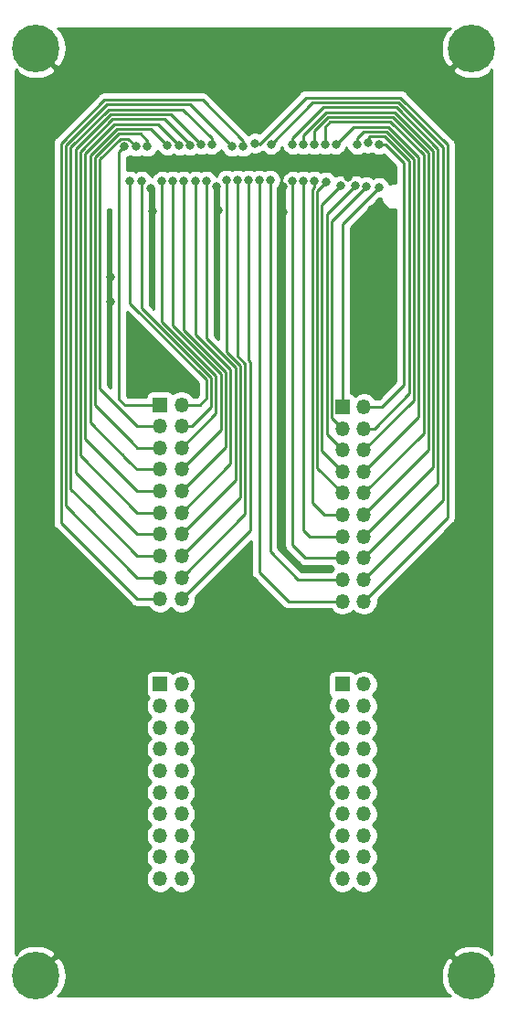
<source format=gbr>
%TF.GenerationSoftware,KiCad,Pcbnew,(5.1.10)-1*%
%TF.CreationDate,2021-09-20T08:54:39+02:00*%
%TF.ProjectId,breakoutboard,62726561-6b6f-4757-9462-6f6172642e6b,rev?*%
%TF.SameCoordinates,Original*%
%TF.FileFunction,Copper,L2,Bot*%
%TF.FilePolarity,Positive*%
%FSLAX46Y46*%
G04 Gerber Fmt 4.6, Leading zero omitted, Abs format (unit mm)*
G04 Created by KiCad (PCBNEW (5.1.10)-1) date 2021-09-20 08:54:39*
%MOMM*%
%LPD*%
G01*
G04 APERTURE LIST*
%TA.AperFunction,ComponentPad*%
%ADD10C,0.700000*%
%TD*%
%TA.AperFunction,ComponentPad*%
%ADD11C,4.400000*%
%TD*%
%TA.AperFunction,ComponentPad*%
%ADD12O,1.350000X1.350000*%
%TD*%
%TA.AperFunction,ComponentPad*%
%ADD13R,1.350000X1.350000*%
%TD*%
%TA.AperFunction,ViaPad*%
%ADD14C,0.800000*%
%TD*%
%TA.AperFunction,Conductor*%
%ADD15C,0.250000*%
%TD*%
%TA.AperFunction,Conductor*%
%ADD16C,0.254000*%
%TD*%
%TA.AperFunction,Conductor*%
%ADD17C,0.100000*%
%TD*%
G04 APERTURE END LIST*
D10*
%TO.P,H4,1*%
%TO.N,GND*%
X50566726Y-41466726D03*
X51050000Y-40300000D03*
X50566726Y-39133274D03*
X49400000Y-38650000D03*
X48233274Y-39133274D03*
X47750000Y-40300000D03*
X48233274Y-41466726D03*
X49400000Y-41950000D03*
D11*
X49400000Y-40300000D03*
%TD*%
D10*
%TO.P,H3,1*%
%TO.N,GND*%
X50566726Y-127366726D03*
X51050000Y-126200000D03*
X50566726Y-125033274D03*
X49400000Y-124550000D03*
X48233274Y-125033274D03*
X47750000Y-126200000D03*
X48233274Y-127366726D03*
X49400000Y-127850000D03*
D11*
X49400000Y-126200000D03*
%TD*%
D10*
%TO.P,H2,1*%
%TO.N,GND*%
X90966726Y-127366726D03*
X91450000Y-126200000D03*
X90966726Y-125033274D03*
X89800000Y-124550000D03*
X88633274Y-125033274D03*
X88150000Y-126200000D03*
X88633274Y-127366726D03*
X89800000Y-127850000D03*
D11*
X89800000Y-126200000D03*
%TD*%
D10*
%TO.P,H1,1*%
%TO.N,GND*%
X90966726Y-41466726D03*
X91450000Y-40300000D03*
X90966726Y-39133274D03*
X89800000Y-38650000D03*
X88633274Y-39133274D03*
X88150000Y-40300000D03*
X88633274Y-41466726D03*
X89800000Y-41950000D03*
D11*
X89800000Y-40300000D03*
%TD*%
D12*
%TO.P,J2,20*%
%TO.N,39*%
X62900000Y-91300000D03*
%TO.P,J2,19*%
%TO.N,37*%
X60900000Y-91300000D03*
%TO.P,J2,18*%
%TO.N,35*%
X62900000Y-89300000D03*
%TO.P,J2,17*%
%TO.N,33*%
X60900000Y-89300000D03*
%TO.P,J2,16*%
%TO.N,31*%
X62900000Y-87300000D03*
%TO.P,J2,15*%
%TO.N,29*%
X60900000Y-87300000D03*
%TO.P,J2,14*%
%TO.N,27*%
X62900000Y-85300000D03*
%TO.P,J2,13*%
%TO.N,25*%
X60900000Y-85300000D03*
%TO.P,J2,12*%
%TO.N,23*%
X62900000Y-83300000D03*
%TO.P,J2,11*%
%TO.N,21*%
X60900000Y-83300000D03*
%TO.P,J2,10*%
%TO.N,19*%
X62900000Y-81300000D03*
%TO.P,J2,9*%
%TO.N,17*%
X60900000Y-81300000D03*
%TO.P,J2,8*%
%TO.N,15*%
X62900000Y-79300000D03*
%TO.P,J2,7*%
%TO.N,13*%
X60900000Y-79300000D03*
%TO.P,J2,6*%
%TO.N,11*%
X62900000Y-77300000D03*
%TO.P,J2,5*%
%TO.N,9*%
X60900000Y-77300000D03*
%TO.P,J2,4*%
%TO.N,7*%
X62900000Y-75300000D03*
%TO.P,J2,3*%
%TO.N,5*%
X60900000Y-75300000D03*
%TO.P,J2,2*%
%TO.N,3*%
X62900000Y-73300000D03*
D13*
%TO.P,J2,1*%
%TO.N,1*%
X60900000Y-73300000D03*
%TD*%
D12*
%TO.P,J5,20*%
%TO.N,80*%
X79800000Y-117200000D03*
%TO.P,J5,19*%
%TO.N,42*%
X77800000Y-117200000D03*
%TO.P,J5,18*%
%TO.N,78*%
X79800000Y-115200000D03*
%TO.P,J5,17*%
%TO.N,44*%
X77800000Y-115200000D03*
%TO.P,J5,16*%
%TO.N,76*%
X79800000Y-113200000D03*
%TO.P,J5,15*%
%TO.N,46*%
X77800000Y-113200000D03*
%TO.P,J5,14*%
%TO.N,74*%
X79800000Y-111200000D03*
%TO.P,J5,13*%
%TO.N,48*%
X77800000Y-111200000D03*
%TO.P,J5,12*%
%TO.N,72*%
X79800000Y-109200000D03*
%TO.P,J5,11*%
%TO.N,50*%
X77800000Y-109200000D03*
%TO.P,J5,10*%
%TO.N,70*%
X79800000Y-107200000D03*
%TO.P,J5,9*%
%TO.N,52*%
X77800000Y-107200000D03*
%TO.P,J5,8*%
%TO.N,68*%
X79800000Y-105200000D03*
%TO.P,J5,7*%
%TO.N,54*%
X77800000Y-105200000D03*
%TO.P,J5,6*%
%TO.N,66*%
X79800000Y-103200000D03*
%TO.P,J5,5*%
%TO.N,56*%
X77800000Y-103200000D03*
%TO.P,J5,4*%
%TO.N,64*%
X79800000Y-101200000D03*
%TO.P,J5,3*%
%TO.N,58*%
X77800000Y-101200000D03*
%TO.P,J5,2*%
%TO.N,62*%
X79800000Y-99200000D03*
D13*
%TO.P,J5,1*%
%TO.N,60*%
X77800000Y-99200000D03*
%TD*%
D12*
%TO.P,J4,20*%
%TO.N,41*%
X79800000Y-91499998D03*
%TO.P,J4,19*%
%TO.N,43*%
X77800000Y-91499998D03*
%TO.P,J4,18*%
%TO.N,45*%
X79800000Y-89499998D03*
%TO.P,J4,17*%
%TO.N,47*%
X77800000Y-89499998D03*
%TO.P,J4,16*%
%TO.N,49*%
X79800000Y-87499998D03*
%TO.P,J4,15*%
%TO.N,51*%
X77800000Y-87499998D03*
%TO.P,J4,14*%
%TO.N,53*%
X79800000Y-85499998D03*
%TO.P,J4,13*%
%TO.N,55*%
X77800000Y-85499998D03*
%TO.P,J4,12*%
%TO.N,57*%
X79800000Y-83499998D03*
%TO.P,J4,11*%
%TO.N,59*%
X77800000Y-83499998D03*
%TO.P,J4,10*%
%TO.N,61*%
X79800000Y-81499998D03*
%TO.P,J4,9*%
%TO.N,63*%
X77800000Y-81499998D03*
%TO.P,J4,8*%
%TO.N,65*%
X79800000Y-79499998D03*
%TO.P,J4,7*%
%TO.N,67*%
X77800000Y-79499998D03*
%TO.P,J4,6*%
%TO.N,69*%
X79800000Y-77499998D03*
%TO.P,J4,5*%
%TO.N,71*%
X77800000Y-77499998D03*
%TO.P,J4,4*%
%TO.N,73*%
X79800000Y-75499998D03*
%TO.P,J4,3*%
%TO.N,75*%
X77800000Y-75499998D03*
%TO.P,J4,2*%
%TO.N,77*%
X79800000Y-73499998D03*
D13*
%TO.P,J4,1*%
%TO.N,79*%
X77800000Y-73499998D03*
%TD*%
D12*
%TO.P,J3,20*%
%TO.N,40*%
X62900000Y-117200000D03*
%TO.P,J3,19*%
%TO.N,2*%
X60900000Y-117200000D03*
%TO.P,J3,18*%
%TO.N,38*%
X62900000Y-115200000D03*
%TO.P,J3,17*%
%TO.N,4*%
X60900000Y-115200000D03*
%TO.P,J3,16*%
%TO.N,36*%
X62900000Y-113200000D03*
%TO.P,J3,15*%
%TO.N,6*%
X60900000Y-113200000D03*
%TO.P,J3,14*%
%TO.N,34*%
X62900000Y-111200000D03*
%TO.P,J3,13*%
%TO.N,8*%
X60900000Y-111200000D03*
%TO.P,J3,12*%
%TO.N,32*%
X62900000Y-109200000D03*
%TO.P,J3,11*%
%TO.N,10*%
X60900000Y-109200000D03*
%TO.P,J3,10*%
%TO.N,30*%
X62900000Y-107200000D03*
%TO.P,J3,9*%
%TO.N,12*%
X60900000Y-107200000D03*
%TO.P,J3,8*%
%TO.N,28*%
X62900000Y-105200000D03*
%TO.P,J3,7*%
%TO.N,14*%
X60900000Y-105200000D03*
%TO.P,J3,6*%
%TO.N,26*%
X62900000Y-103200000D03*
%TO.P,J3,5*%
%TO.N,16*%
X60900000Y-103200000D03*
%TO.P,J3,4*%
%TO.N,24*%
X62900000Y-101200000D03*
%TO.P,J3,3*%
%TO.N,18*%
X60900000Y-101200000D03*
%TO.P,J3,2*%
%TO.N,22*%
X62900000Y-99200000D03*
D13*
%TO.P,J3,1*%
%TO.N,20*%
X60900000Y-99200000D03*
%TD*%
D14*
%TO.N,1*%
X57600000Y-49400000D03*
%TO.N,3*%
X58100000Y-52600000D03*
%TO.N,5*%
X58700000Y-49400000D03*
%TO.N,7*%
X59200000Y-52600000D03*
%TO.N,9*%
X59700000Y-49400000D03*
%TO.N,11*%
X61100000Y-52600000D03*
%TO.N,13*%
X61600000Y-49300000D03*
%TO.N,15*%
X62100000Y-52600000D03*
%TO.N,17*%
X62700000Y-49300000D03*
%TO.N,19*%
X63100000Y-52600000D03*
%TO.N,21*%
X63700000Y-49300000D03*
%TO.N,23*%
X64200000Y-52600000D03*
%TO.N,25*%
X64693886Y-49189569D03*
%TO.N,27*%
X65200003Y-52600000D03*
%TO.N,29*%
X65693821Y-49201080D03*
%TO.N,31*%
X67100000Y-52500000D03*
%TO.N,33*%
X67599997Y-49400000D03*
%TO.N,35*%
X68100000Y-52500000D03*
%TO.N,37*%
X68600000Y-49400000D03*
%TO.N,39*%
X69100000Y-52500000D03*
%TO.N,41*%
X69700000Y-49100000D03*
%TO.N,43*%
X70100000Y-52500000D03*
%TO.N,45*%
X71200000Y-49200000D03*
%TO.N,47*%
X71100000Y-52500000D03*
%TO.N,49*%
X73200000Y-49200000D03*
%TO.N,51*%
X73200000Y-52600000D03*
%TO.N,53*%
X74200000Y-49200000D03*
%TO.N,55*%
X74200000Y-52600000D03*
%TO.N,57*%
X75200000Y-49200000D03*
%TO.N,59*%
X75200003Y-52600000D03*
%TO.N,61*%
X76200000Y-49200000D03*
%TO.N,63*%
X76300000Y-52700000D03*
%TO.N,65*%
X77200003Y-49200000D03*
%TO.N,67*%
X77700000Y-53000000D03*
%TO.N,69*%
X79200000Y-49200000D03*
%TO.N,71*%
X79000000Y-53000000D03*
%TO.N,73*%
X80192280Y-49075965D03*
%TO.N,75*%
X80000000Y-53100000D03*
%TO.N,77*%
X81200003Y-49200000D03*
%TO.N,79*%
X81200000Y-53200000D03*
%TO.N,GND*%
X60080787Y-53304945D03*
X66115224Y-53104616D03*
X66300000Y-55300000D03*
X60200000Y-55400000D03*
X72300000Y-55500000D03*
X72300000Y-53100000D03*
X78350122Y-52239959D03*
X80500000Y-55200000D03*
X60100000Y-94900000D03*
X78800000Y-94900000D03*
X76400000Y-94000000D03*
X80700000Y-93900000D03*
X80800000Y-95900000D03*
X77100000Y-96000000D03*
X58900000Y-93300000D03*
X60900000Y-93400000D03*
X63000000Y-94500000D03*
X59800000Y-96100000D03*
X60400000Y-69900000D03*
X82500000Y-63900000D03*
X82400000Y-60800000D03*
X56300000Y-61500000D03*
X56300000Y-63800000D03*
%TD*%
D15*
%TO.N,1*%
X57374999Y-49625001D02*
X57600000Y-49400000D01*
X60900000Y-73300000D02*
X57600000Y-73300000D01*
X57075001Y-49924999D02*
X57075001Y-56275001D01*
X57600000Y-49400000D02*
X57075001Y-49924999D01*
X57100000Y-72800000D02*
X57500000Y-73200000D01*
X57100000Y-56300000D02*
X57100000Y-72800000D01*
X57075001Y-56275001D02*
X57100000Y-56300000D01*
X57500000Y-73200000D02*
X57374999Y-73074999D01*
X57600000Y-73300000D02*
X57500000Y-73200000D01*
%TO.N,3*%
X58100000Y-52600000D02*
X58100000Y-63900000D01*
X58100000Y-63900000D02*
X65200000Y-71000000D01*
X65200000Y-71000000D02*
X65200000Y-72700000D01*
X64600000Y-73300000D02*
X62900000Y-73300000D01*
X65200000Y-72700000D02*
X64600000Y-73300000D01*
%TO.N,5*%
X58700000Y-49263590D02*
X58700000Y-49400000D01*
X58800000Y-75300000D02*
X60900000Y-75300000D01*
X55324999Y-71824999D02*
X58800000Y-75300000D01*
X55324999Y-50601999D02*
X55324999Y-71824999D01*
X57251999Y-48674999D02*
X55324999Y-50601999D01*
X57948001Y-48674999D02*
X57251999Y-48674999D01*
X58673002Y-49400000D02*
X57948001Y-48674999D01*
X58700000Y-49400000D02*
X58673002Y-49400000D01*
%TO.N,7*%
X63854594Y-75300000D02*
X65650010Y-73504584D01*
X65650010Y-73504584D02*
X65650009Y-70813599D01*
X62900000Y-75300000D02*
X63854594Y-75300000D01*
X59200000Y-64363590D02*
X59200000Y-52600000D01*
X65650009Y-70813599D02*
X59200000Y-64363590D01*
%TO.N,9*%
X58800000Y-77300000D02*
X60900000Y-77300000D01*
X54874989Y-73374989D02*
X58250000Y-76750000D01*
X54874989Y-50415599D02*
X54874989Y-73374989D01*
X59090674Y-48224989D02*
X57065598Y-48224990D01*
X57065598Y-48224990D02*
X54874989Y-50415599D01*
X59700000Y-48834315D02*
X59090674Y-48224989D01*
X59700000Y-49400000D02*
X59700000Y-48834315D01*
X58250000Y-76750000D02*
X58800000Y-77300000D01*
X57899980Y-76399980D02*
X58250000Y-76750000D01*
%TO.N,11*%
X66100018Y-74099982D02*
X62900000Y-77300000D01*
X66100018Y-70627200D02*
X66100018Y-74099982D01*
X61100000Y-65627182D02*
X66100018Y-70627200D01*
X61100000Y-52600000D02*
X61100000Y-65627182D01*
%TO.N,13*%
X58800000Y-79300000D02*
X60900000Y-79300000D01*
X54424979Y-74924979D02*
X58050000Y-78550000D01*
X54424979Y-50229199D02*
X54424979Y-74924979D01*
X60074981Y-47774981D02*
X56879197Y-47774981D01*
X61600000Y-49300000D02*
X60074981Y-47774981D01*
X58050000Y-78550000D02*
X58800000Y-79300000D01*
X56879197Y-47774981D02*
X54424979Y-50229199D01*
X57449970Y-77949970D02*
X58050000Y-78550000D01*
%TO.N,15*%
X66550028Y-75649972D02*
X62900000Y-79300000D01*
X66550028Y-70440800D02*
X66550028Y-75649972D01*
X62100000Y-65990772D02*
X66550028Y-70440800D01*
X62100000Y-52600000D02*
X62100000Y-65990772D01*
%TO.N,17*%
X58800000Y-81300000D02*
X60900000Y-81300000D01*
X53974969Y-76474969D02*
X58800000Y-81300000D01*
X56692796Y-47324972D02*
X53974969Y-50042799D01*
X53974969Y-50042799D02*
X53974969Y-76474969D01*
X60724972Y-47324972D02*
X56692796Y-47324972D01*
X62700000Y-49300000D02*
X60724972Y-47324972D01*
%TO.N,19*%
X63100000Y-52600000D02*
X63100000Y-66354362D01*
X67000038Y-77199962D02*
X62900000Y-81300000D01*
X67000038Y-70254400D02*
X67000038Y-77199962D01*
X63100000Y-66354362D02*
X67000038Y-70254400D01*
%TO.N,21*%
X58800000Y-83300000D02*
X60900000Y-83300000D01*
X53524959Y-78024959D02*
X58800000Y-83300000D01*
X53524959Y-49856399D02*
X53524959Y-78024959D01*
X56506395Y-46874963D02*
X53524959Y-49856399D01*
X61347965Y-46874963D02*
X56506395Y-46874963D01*
X63700000Y-49226998D02*
X61347965Y-46874963D01*
X63700000Y-49300000D02*
X63700000Y-49226998D01*
%TO.N,23*%
X67450048Y-78749952D02*
X62900000Y-83300000D01*
X64200000Y-66817952D02*
X67450048Y-70068000D01*
X67450048Y-70068000D02*
X67450048Y-78749952D01*
X64200000Y-52600000D02*
X64200000Y-66817952D01*
%TO.N,25*%
X60900000Y-85300000D02*
X58800000Y-85300000D01*
X53074949Y-79574949D02*
X54800000Y-81300000D01*
X56319994Y-46424954D02*
X53074949Y-49669999D01*
X61929270Y-46424953D02*
X56319994Y-46424954D01*
X64693886Y-49189569D02*
X61929270Y-46424953D01*
X53074949Y-49669999D02*
X53074949Y-79574949D01*
X54800000Y-81300000D02*
X54649991Y-81149991D01*
X58800000Y-85300000D02*
X54800000Y-81300000D01*
%TO.N,27*%
X67900058Y-80299942D02*
X62900000Y-85300000D01*
X67900058Y-69881600D02*
X67900058Y-80299942D01*
X65200003Y-67181545D02*
X67900058Y-69881600D01*
X65200003Y-52600000D02*
X65200003Y-67181545D01*
%TO.N,29*%
X58800000Y-87300000D02*
X60900000Y-87300000D01*
X52624939Y-81124939D02*
X54350000Y-82850000D01*
X56133593Y-45974945D02*
X52624939Y-49483599D01*
X63033370Y-45974945D02*
X56133593Y-45974945D01*
X52624939Y-49483599D02*
X52624939Y-81124939D01*
X65693821Y-48635395D02*
X63033370Y-45974945D01*
X65693821Y-49201080D02*
X65693821Y-48635395D01*
X54350000Y-82850000D02*
X58800000Y-87300000D01*
X54199981Y-82699981D02*
X54350000Y-82850000D01*
%TO.N,31*%
X68350068Y-81849932D02*
X62900000Y-87300000D01*
X68350068Y-69695200D02*
X68350068Y-81849932D01*
X67100000Y-68445132D02*
X68350068Y-69695200D01*
X67100000Y-52500000D02*
X67100000Y-68445132D01*
%TO.N,33*%
X58800000Y-89300000D02*
X60900000Y-89300000D01*
X52174929Y-82674929D02*
X58800000Y-89300000D01*
X52174929Y-49297199D02*
X52174929Y-82674929D01*
X55947192Y-45524936D02*
X52174929Y-49297199D01*
X63724932Y-45524935D02*
X55947192Y-45524936D01*
X67599997Y-49400000D02*
X63724932Y-45524935D01*
%TO.N,35*%
X68800078Y-69508800D02*
X68800078Y-83399922D01*
X68100000Y-68808722D02*
X68800078Y-69508800D01*
X68800078Y-83399922D02*
X62900000Y-89300000D01*
X68100000Y-52500000D02*
X68100000Y-68808722D01*
%TO.N,37*%
X60900000Y-91300000D02*
X58800000Y-91300000D01*
X51724919Y-84224919D02*
X53500000Y-86000000D01*
X51724919Y-49110799D02*
X51724919Y-84224919D01*
X55760791Y-45074927D02*
X51724919Y-49110799D01*
X64840612Y-45074927D02*
X55760791Y-45074927D01*
X68600000Y-48834315D02*
X64840612Y-45074927D01*
X68600000Y-49400000D02*
X68600000Y-48834315D01*
X53500000Y-86000000D02*
X58800000Y-91300000D01*
X53299961Y-85799961D02*
X53500000Y-86000000D01*
%TO.N,39*%
X69250088Y-84949912D02*
X62900000Y-91300000D01*
X69250088Y-69322400D02*
X69250088Y-84949912D01*
X69100000Y-69172312D02*
X69250088Y-69322400D01*
X69100000Y-52500000D02*
X69100000Y-69172312D01*
%TO.N,41*%
X87575087Y-83724911D02*
X79800000Y-91499998D01*
X87575087Y-49247397D02*
X87575087Y-83724911D01*
X83202612Y-44874924D02*
X87575087Y-49247397D01*
X74425076Y-44874924D02*
X83202612Y-44874924D01*
X69700000Y-49100000D02*
X70200000Y-49100000D01*
X70200000Y-49100000D02*
X74425076Y-44874924D01*
X70100000Y-49200000D02*
X70200000Y-49100000D01*
%TO.N,43*%
X77800000Y-91499998D02*
X72799998Y-91499998D01*
X70100000Y-88800000D02*
X70100000Y-52500000D01*
X72799998Y-91499998D02*
X70100000Y-88800000D01*
%TO.N,45*%
X83016211Y-45324933D02*
X75075067Y-45324933D01*
X87125077Y-49433797D02*
X83016211Y-45324933D01*
X87125077Y-82174921D02*
X87125077Y-49433797D01*
X75075067Y-45324933D02*
X71200000Y-49200000D01*
X79800000Y-89499998D02*
X87125077Y-82174921D01*
%TO.N,47*%
X77800000Y-89499998D02*
X73699998Y-89499998D01*
X71100000Y-86900000D02*
X71100000Y-52500000D01*
X73699998Y-89499998D02*
X71100000Y-86900000D01*
%TO.N,49*%
X86675068Y-80624930D02*
X79800000Y-87499998D01*
X86675068Y-49620198D02*
X86675068Y-80624930D01*
X82829811Y-45774943D02*
X86675068Y-49620198D01*
X76059372Y-45774943D02*
X82829811Y-45774943D01*
X73200000Y-48634315D02*
X76059372Y-45774943D01*
X73200000Y-49200000D02*
X73200000Y-48634315D01*
%TO.N,51*%
X74399998Y-87499998D02*
X77800000Y-87499998D01*
X73200000Y-86300000D02*
X74399998Y-87499998D01*
X73200000Y-52600000D02*
X73200000Y-86300000D01*
%TO.N,53*%
X74200000Y-48327180D02*
X74200000Y-49200000D01*
X76302229Y-46224951D02*
X74200000Y-48327180D01*
X82643410Y-46224952D02*
X76302229Y-46224951D01*
X86225058Y-49806598D02*
X82643410Y-46224952D01*
X86225058Y-79074940D02*
X86225058Y-49806598D01*
X79800000Y-85499998D02*
X86225058Y-79074940D01*
%TO.N,55*%
X77800000Y-85499998D02*
X74999998Y-85499998D01*
X74999998Y-85499998D02*
X74799998Y-85499998D01*
X74200000Y-84900000D02*
X74799998Y-85499998D01*
X74200000Y-52600000D02*
X74200000Y-84900000D01*
%TO.N,57*%
X85775049Y-77524949D02*
X79800000Y-83499998D01*
X85775049Y-49992999D02*
X85775049Y-77524949D01*
X82457011Y-46674961D02*
X85775049Y-49992999D01*
X76488630Y-46674960D02*
X82457011Y-46674961D01*
X75200000Y-47963590D02*
X76488630Y-46674960D01*
X75200000Y-49200000D02*
X75200000Y-47963590D01*
%TO.N,59*%
X74999960Y-82399960D02*
X76099998Y-83499998D01*
X74999960Y-53363630D02*
X74999960Y-82399960D01*
X75200003Y-53163587D02*
X74999960Y-53363630D01*
X75200003Y-52600000D02*
X75200003Y-53163587D01*
X77800000Y-83499998D02*
X76099998Y-83499998D01*
%TO.N,61*%
X76200000Y-47600000D02*
X76200000Y-49200000D01*
X76675030Y-47124970D02*
X76200000Y-47600000D01*
X82270610Y-47124970D02*
X76675030Y-47124970D01*
X85325039Y-50179399D02*
X82270610Y-47124970D01*
X85325039Y-75974959D02*
X85325039Y-50179399D01*
X79800000Y-81499998D02*
X85325039Y-75974959D01*
%TO.N,63*%
X77800000Y-81499998D02*
X75449970Y-79149968D01*
X75449970Y-53550030D02*
X76300000Y-52700000D01*
X75449970Y-79149968D02*
X75449970Y-53550030D01*
%TO.N,65*%
X84875030Y-74424968D02*
X79800000Y-79499998D01*
X84875030Y-50365800D02*
X84875030Y-74424968D01*
X82084210Y-47574980D02*
X84875030Y-50365800D01*
X78825023Y-47574980D02*
X82084210Y-47574980D01*
X77200003Y-49200000D02*
X78825023Y-47574980D01*
%TO.N,67*%
X75899980Y-77599978D02*
X77800000Y-79499998D01*
X75899980Y-54800020D02*
X75899980Y-77599978D01*
X77700000Y-53000000D02*
X75899980Y-54800020D01*
%TO.N,69*%
X79200000Y-48634315D02*
X79200000Y-49200000D01*
X79809326Y-48024989D02*
X79200000Y-48634315D01*
X81897809Y-48024989D02*
X79809326Y-48024989D01*
X84425020Y-50552200D02*
X81897809Y-48024989D01*
X84425020Y-72874978D02*
X84425020Y-50552200D01*
X79800000Y-77499998D02*
X84425020Y-72874978D01*
%TO.N,71*%
X76349990Y-55650010D02*
X79000000Y-53000000D01*
X76349990Y-76049988D02*
X76349990Y-55650010D01*
X77800000Y-77499998D02*
X76349990Y-76049988D01*
%TO.N,73*%
X80754594Y-75499998D02*
X79800000Y-75499998D01*
X83975011Y-72279581D02*
X80754594Y-75499998D01*
X83975011Y-50738601D02*
X83975011Y-72279581D01*
X80359316Y-48474999D02*
X81711409Y-48474999D01*
X81711409Y-48474999D02*
X83975011Y-50738601D01*
X80200000Y-49200000D02*
X80200000Y-48634315D01*
X80192280Y-48642034D02*
X80267157Y-48567157D01*
X80192280Y-49075965D02*
X80192280Y-48642034D01*
X80267157Y-48567157D02*
X80359316Y-48474999D01*
X80200000Y-48634315D02*
X80267157Y-48567157D01*
%TO.N,75*%
X76799999Y-74499997D02*
X77800000Y-75499998D01*
X76799999Y-56300001D02*
X76799999Y-74499997D01*
X80000000Y-53100000D02*
X76799999Y-56300001D01*
%TO.N,77*%
X79800000Y-73499998D02*
X81500002Y-73499998D01*
X83525001Y-71474999D02*
X83525001Y-50925001D01*
X81500002Y-73499998D02*
X83525001Y-71474999D01*
X81800000Y-49200000D02*
X81200003Y-49200000D01*
X83525001Y-50925001D02*
X81800000Y-49200000D01*
%TO.N,79*%
X77800000Y-56600000D02*
X81200000Y-53200000D01*
X77800000Y-73499998D02*
X77800000Y-56600000D01*
%TO.N,GND*%
X60080787Y-53019213D02*
X60080787Y-53304945D01*
X72300000Y-55400000D02*
X72300000Y-55500000D01*
%TD*%
D16*
%TO.N,GND*%
X87810223Y-38489831D02*
X87422982Y-38729976D01*
X87162359Y-39223877D01*
X87003099Y-39759133D01*
X86951322Y-40315174D01*
X87009019Y-40870632D01*
X87173972Y-41404161D01*
X87422982Y-41870024D01*
X87810225Y-42110170D01*
X89620395Y-40300000D01*
X89606253Y-40285858D01*
X89785858Y-40106253D01*
X89800000Y-40120395D01*
X89814143Y-40106253D01*
X89993748Y-40285858D01*
X89979605Y-40300000D01*
X89993748Y-40314143D01*
X89814143Y-40493748D01*
X89800000Y-40479605D01*
X87989830Y-42289775D01*
X88229976Y-42677018D01*
X88723877Y-42937641D01*
X89259133Y-43096901D01*
X89815174Y-43148678D01*
X90370632Y-43090981D01*
X90904161Y-42926028D01*
X91370024Y-42677018D01*
X91610169Y-42289777D01*
X91640000Y-42319608D01*
X91640001Y-124180391D01*
X91610169Y-124210223D01*
X91370024Y-123822982D01*
X90876123Y-123562359D01*
X90340867Y-123403099D01*
X89784826Y-123351322D01*
X89229368Y-123409019D01*
X88695839Y-123573972D01*
X88229976Y-123822982D01*
X87989830Y-124210225D01*
X89800000Y-126020395D01*
X89814143Y-126006253D01*
X89993748Y-126185858D01*
X89979605Y-126200000D01*
X89993748Y-126214143D01*
X89814143Y-126393748D01*
X89800000Y-126379605D01*
X89785858Y-126393748D01*
X89606253Y-126214143D01*
X89620395Y-126200000D01*
X87810225Y-124389830D01*
X87422982Y-124629976D01*
X87162359Y-125123877D01*
X87003099Y-125659133D01*
X86951322Y-126215174D01*
X87009019Y-126770632D01*
X87173972Y-127304161D01*
X87422982Y-127770024D01*
X87810223Y-128010169D01*
X87780392Y-128040000D01*
X51419608Y-128040000D01*
X51389777Y-128010169D01*
X51777018Y-127770024D01*
X52037641Y-127276123D01*
X52196901Y-126740867D01*
X52248678Y-126184826D01*
X52190981Y-125629368D01*
X52026028Y-125095839D01*
X51777018Y-124629976D01*
X51389775Y-124389830D01*
X49579605Y-126200000D01*
X49593748Y-126214143D01*
X49414143Y-126393748D01*
X49400000Y-126379605D01*
X49385858Y-126393748D01*
X49206253Y-126214143D01*
X49220395Y-126200000D01*
X49206253Y-126185858D01*
X49385858Y-126006253D01*
X49400000Y-126020395D01*
X51210170Y-124210225D01*
X50970024Y-123822982D01*
X50476123Y-123562359D01*
X49940867Y-123403099D01*
X49384826Y-123351322D01*
X48829368Y-123409019D01*
X48295839Y-123573972D01*
X47829976Y-123822982D01*
X47589831Y-124210223D01*
X47560000Y-124180392D01*
X47560000Y-98525000D01*
X59586928Y-98525000D01*
X59586928Y-99875000D01*
X59599188Y-99999482D01*
X59635498Y-100119180D01*
X59694463Y-100229494D01*
X59773815Y-100326185D01*
X59860697Y-100397487D01*
X59739093Y-100579482D01*
X59640342Y-100817887D01*
X59590000Y-101070976D01*
X59590000Y-101329024D01*
X59640342Y-101582113D01*
X59739093Y-101820518D01*
X59882456Y-102035077D01*
X60047379Y-102200000D01*
X59882456Y-102364923D01*
X59739093Y-102579482D01*
X59640342Y-102817887D01*
X59590000Y-103070976D01*
X59590000Y-103329024D01*
X59640342Y-103582113D01*
X59739093Y-103820518D01*
X59882456Y-104035077D01*
X60047379Y-104200000D01*
X59882456Y-104364923D01*
X59739093Y-104579482D01*
X59640342Y-104817887D01*
X59590000Y-105070976D01*
X59590000Y-105329024D01*
X59640342Y-105582113D01*
X59739093Y-105820518D01*
X59882456Y-106035077D01*
X60047379Y-106200000D01*
X59882456Y-106364923D01*
X59739093Y-106579482D01*
X59640342Y-106817887D01*
X59590000Y-107070976D01*
X59590000Y-107329024D01*
X59640342Y-107582113D01*
X59739093Y-107820518D01*
X59882456Y-108035077D01*
X60047379Y-108200000D01*
X59882456Y-108364923D01*
X59739093Y-108579482D01*
X59640342Y-108817887D01*
X59590000Y-109070976D01*
X59590000Y-109329024D01*
X59640342Y-109582113D01*
X59739093Y-109820518D01*
X59882456Y-110035077D01*
X60047379Y-110200000D01*
X59882456Y-110364923D01*
X59739093Y-110579482D01*
X59640342Y-110817887D01*
X59590000Y-111070976D01*
X59590000Y-111329024D01*
X59640342Y-111582113D01*
X59739093Y-111820518D01*
X59882456Y-112035077D01*
X60047379Y-112200000D01*
X59882456Y-112364923D01*
X59739093Y-112579482D01*
X59640342Y-112817887D01*
X59590000Y-113070976D01*
X59590000Y-113329024D01*
X59640342Y-113582113D01*
X59739093Y-113820518D01*
X59882456Y-114035077D01*
X60047379Y-114200000D01*
X59882456Y-114364923D01*
X59739093Y-114579482D01*
X59640342Y-114817887D01*
X59590000Y-115070976D01*
X59590000Y-115329024D01*
X59640342Y-115582113D01*
X59739093Y-115820518D01*
X59882456Y-116035077D01*
X60047379Y-116200000D01*
X59882456Y-116364923D01*
X59739093Y-116579482D01*
X59640342Y-116817887D01*
X59590000Y-117070976D01*
X59590000Y-117329024D01*
X59640342Y-117582113D01*
X59739093Y-117820518D01*
X59882456Y-118035077D01*
X60064923Y-118217544D01*
X60279482Y-118360907D01*
X60517887Y-118459658D01*
X60770976Y-118510000D01*
X61029024Y-118510000D01*
X61282113Y-118459658D01*
X61520518Y-118360907D01*
X61735077Y-118217544D01*
X61900000Y-118052621D01*
X62064923Y-118217544D01*
X62279482Y-118360907D01*
X62517887Y-118459658D01*
X62770976Y-118510000D01*
X63029024Y-118510000D01*
X63282113Y-118459658D01*
X63520518Y-118360907D01*
X63735077Y-118217544D01*
X63917544Y-118035077D01*
X64060907Y-117820518D01*
X64159658Y-117582113D01*
X64210000Y-117329024D01*
X64210000Y-117070976D01*
X64159658Y-116817887D01*
X64060907Y-116579482D01*
X63917544Y-116364923D01*
X63752621Y-116200000D01*
X63917544Y-116035077D01*
X64060907Y-115820518D01*
X64159658Y-115582113D01*
X64210000Y-115329024D01*
X64210000Y-115070976D01*
X64159658Y-114817887D01*
X64060907Y-114579482D01*
X63917544Y-114364923D01*
X63752621Y-114200000D01*
X63917544Y-114035077D01*
X64060907Y-113820518D01*
X64159658Y-113582113D01*
X64210000Y-113329024D01*
X64210000Y-113070976D01*
X64159658Y-112817887D01*
X64060907Y-112579482D01*
X63917544Y-112364923D01*
X63752621Y-112200000D01*
X63917544Y-112035077D01*
X64060907Y-111820518D01*
X64159658Y-111582113D01*
X64210000Y-111329024D01*
X64210000Y-111070976D01*
X64159658Y-110817887D01*
X64060907Y-110579482D01*
X63917544Y-110364923D01*
X63752621Y-110200000D01*
X63917544Y-110035077D01*
X64060907Y-109820518D01*
X64159658Y-109582113D01*
X64210000Y-109329024D01*
X64210000Y-109070976D01*
X64159658Y-108817887D01*
X64060907Y-108579482D01*
X63917544Y-108364923D01*
X63752621Y-108200000D01*
X63917544Y-108035077D01*
X64060907Y-107820518D01*
X64159658Y-107582113D01*
X64210000Y-107329024D01*
X64210000Y-107070976D01*
X64159658Y-106817887D01*
X64060907Y-106579482D01*
X63917544Y-106364923D01*
X63752621Y-106200000D01*
X63917544Y-106035077D01*
X64060907Y-105820518D01*
X64159658Y-105582113D01*
X64210000Y-105329024D01*
X64210000Y-105070976D01*
X64159658Y-104817887D01*
X64060907Y-104579482D01*
X63917544Y-104364923D01*
X63752621Y-104200000D01*
X63917544Y-104035077D01*
X64060907Y-103820518D01*
X64159658Y-103582113D01*
X64210000Y-103329024D01*
X64210000Y-103070976D01*
X64159658Y-102817887D01*
X64060907Y-102579482D01*
X63917544Y-102364923D01*
X63752621Y-102200000D01*
X63917544Y-102035077D01*
X64060907Y-101820518D01*
X64159658Y-101582113D01*
X64210000Y-101329024D01*
X64210000Y-101070976D01*
X64159658Y-100817887D01*
X64060907Y-100579482D01*
X63917544Y-100364923D01*
X63752621Y-100200000D01*
X63917544Y-100035077D01*
X64060907Y-99820518D01*
X64159658Y-99582113D01*
X64210000Y-99329024D01*
X64210000Y-99070976D01*
X64159658Y-98817887D01*
X64060907Y-98579482D01*
X64024504Y-98525000D01*
X76486928Y-98525000D01*
X76486928Y-99875000D01*
X76499188Y-99999482D01*
X76535498Y-100119180D01*
X76594463Y-100229494D01*
X76673815Y-100326185D01*
X76760697Y-100397487D01*
X76639093Y-100579482D01*
X76540342Y-100817887D01*
X76490000Y-101070976D01*
X76490000Y-101329024D01*
X76540342Y-101582113D01*
X76639093Y-101820518D01*
X76782456Y-102035077D01*
X76947379Y-102200000D01*
X76782456Y-102364923D01*
X76639093Y-102579482D01*
X76540342Y-102817887D01*
X76490000Y-103070976D01*
X76490000Y-103329024D01*
X76540342Y-103582113D01*
X76639093Y-103820518D01*
X76782456Y-104035077D01*
X76947379Y-104200000D01*
X76782456Y-104364923D01*
X76639093Y-104579482D01*
X76540342Y-104817887D01*
X76490000Y-105070976D01*
X76490000Y-105329024D01*
X76540342Y-105582113D01*
X76639093Y-105820518D01*
X76782456Y-106035077D01*
X76947379Y-106200000D01*
X76782456Y-106364923D01*
X76639093Y-106579482D01*
X76540342Y-106817887D01*
X76490000Y-107070976D01*
X76490000Y-107329024D01*
X76540342Y-107582113D01*
X76639093Y-107820518D01*
X76782456Y-108035077D01*
X76947379Y-108200000D01*
X76782456Y-108364923D01*
X76639093Y-108579482D01*
X76540342Y-108817887D01*
X76490000Y-109070976D01*
X76490000Y-109329024D01*
X76540342Y-109582113D01*
X76639093Y-109820518D01*
X76782456Y-110035077D01*
X76947379Y-110200000D01*
X76782456Y-110364923D01*
X76639093Y-110579482D01*
X76540342Y-110817887D01*
X76490000Y-111070976D01*
X76490000Y-111329024D01*
X76540342Y-111582113D01*
X76639093Y-111820518D01*
X76782456Y-112035077D01*
X76947379Y-112200000D01*
X76782456Y-112364923D01*
X76639093Y-112579482D01*
X76540342Y-112817887D01*
X76490000Y-113070976D01*
X76490000Y-113329024D01*
X76540342Y-113582113D01*
X76639093Y-113820518D01*
X76782456Y-114035077D01*
X76947379Y-114200000D01*
X76782456Y-114364923D01*
X76639093Y-114579482D01*
X76540342Y-114817887D01*
X76490000Y-115070976D01*
X76490000Y-115329024D01*
X76540342Y-115582113D01*
X76639093Y-115820518D01*
X76782456Y-116035077D01*
X76947379Y-116200000D01*
X76782456Y-116364923D01*
X76639093Y-116579482D01*
X76540342Y-116817887D01*
X76490000Y-117070976D01*
X76490000Y-117329024D01*
X76540342Y-117582113D01*
X76639093Y-117820518D01*
X76782456Y-118035077D01*
X76964923Y-118217544D01*
X77179482Y-118360907D01*
X77417887Y-118459658D01*
X77670976Y-118510000D01*
X77929024Y-118510000D01*
X78182113Y-118459658D01*
X78420518Y-118360907D01*
X78635077Y-118217544D01*
X78800000Y-118052621D01*
X78964923Y-118217544D01*
X79179482Y-118360907D01*
X79417887Y-118459658D01*
X79670976Y-118510000D01*
X79929024Y-118510000D01*
X80182113Y-118459658D01*
X80420518Y-118360907D01*
X80635077Y-118217544D01*
X80817544Y-118035077D01*
X80960907Y-117820518D01*
X81059658Y-117582113D01*
X81110000Y-117329024D01*
X81110000Y-117070976D01*
X81059658Y-116817887D01*
X80960907Y-116579482D01*
X80817544Y-116364923D01*
X80652621Y-116200000D01*
X80817544Y-116035077D01*
X80960907Y-115820518D01*
X81059658Y-115582113D01*
X81110000Y-115329024D01*
X81110000Y-115070976D01*
X81059658Y-114817887D01*
X80960907Y-114579482D01*
X80817544Y-114364923D01*
X80652621Y-114200000D01*
X80817544Y-114035077D01*
X80960907Y-113820518D01*
X81059658Y-113582113D01*
X81110000Y-113329024D01*
X81110000Y-113070976D01*
X81059658Y-112817887D01*
X80960907Y-112579482D01*
X80817544Y-112364923D01*
X80652621Y-112200000D01*
X80817544Y-112035077D01*
X80960907Y-111820518D01*
X81059658Y-111582113D01*
X81110000Y-111329024D01*
X81110000Y-111070976D01*
X81059658Y-110817887D01*
X80960907Y-110579482D01*
X80817544Y-110364923D01*
X80652621Y-110200000D01*
X80817544Y-110035077D01*
X80960907Y-109820518D01*
X81059658Y-109582113D01*
X81110000Y-109329024D01*
X81110000Y-109070976D01*
X81059658Y-108817887D01*
X80960907Y-108579482D01*
X80817544Y-108364923D01*
X80652621Y-108200000D01*
X80817544Y-108035077D01*
X80960907Y-107820518D01*
X81059658Y-107582113D01*
X81110000Y-107329024D01*
X81110000Y-107070976D01*
X81059658Y-106817887D01*
X80960907Y-106579482D01*
X80817544Y-106364923D01*
X80652621Y-106200000D01*
X80817544Y-106035077D01*
X80960907Y-105820518D01*
X81059658Y-105582113D01*
X81110000Y-105329024D01*
X81110000Y-105070976D01*
X81059658Y-104817887D01*
X80960907Y-104579482D01*
X80817544Y-104364923D01*
X80652621Y-104200000D01*
X80817544Y-104035077D01*
X80960907Y-103820518D01*
X81059658Y-103582113D01*
X81110000Y-103329024D01*
X81110000Y-103070976D01*
X81059658Y-102817887D01*
X80960907Y-102579482D01*
X80817544Y-102364923D01*
X80652621Y-102200000D01*
X80817544Y-102035077D01*
X80960907Y-101820518D01*
X81059658Y-101582113D01*
X81110000Y-101329024D01*
X81110000Y-101070976D01*
X81059658Y-100817887D01*
X80960907Y-100579482D01*
X80817544Y-100364923D01*
X80652621Y-100200000D01*
X80817544Y-100035077D01*
X80960907Y-99820518D01*
X81059658Y-99582113D01*
X81110000Y-99329024D01*
X81110000Y-99070976D01*
X81059658Y-98817887D01*
X80960907Y-98579482D01*
X80817544Y-98364923D01*
X80635077Y-98182456D01*
X80420518Y-98039093D01*
X80182113Y-97940342D01*
X79929024Y-97890000D01*
X79670976Y-97890000D01*
X79417887Y-97940342D01*
X79179482Y-98039093D01*
X78997487Y-98160697D01*
X78926185Y-98073815D01*
X78829494Y-97994463D01*
X78719180Y-97935498D01*
X78599482Y-97899188D01*
X78475000Y-97886928D01*
X77125000Y-97886928D01*
X77000518Y-97899188D01*
X76880820Y-97935498D01*
X76770506Y-97994463D01*
X76673815Y-98073815D01*
X76594463Y-98170506D01*
X76535498Y-98280820D01*
X76499188Y-98400518D01*
X76486928Y-98525000D01*
X64024504Y-98525000D01*
X63917544Y-98364923D01*
X63735077Y-98182456D01*
X63520518Y-98039093D01*
X63282113Y-97940342D01*
X63029024Y-97890000D01*
X62770976Y-97890000D01*
X62517887Y-97940342D01*
X62279482Y-98039093D01*
X62097487Y-98160697D01*
X62026185Y-98073815D01*
X61929494Y-97994463D01*
X61819180Y-97935498D01*
X61699482Y-97899188D01*
X61575000Y-97886928D01*
X60225000Y-97886928D01*
X60100518Y-97899188D01*
X59980820Y-97935498D01*
X59870506Y-97994463D01*
X59773815Y-98073815D01*
X59694463Y-98170506D01*
X59635498Y-98280820D01*
X59599188Y-98400518D01*
X59586928Y-98525000D01*
X47560000Y-98525000D01*
X47560000Y-49110799D01*
X50961243Y-49110799D01*
X50964919Y-49148121D01*
X50964920Y-84187586D01*
X50961243Y-84224919D01*
X50964920Y-84262252D01*
X50972204Y-84336201D01*
X50975917Y-84373904D01*
X51019373Y-84517165D01*
X51089945Y-84649195D01*
X51161120Y-84735921D01*
X51184919Y-84764920D01*
X51213917Y-84788718D01*
X52988997Y-86563799D01*
X52989003Y-86563804D01*
X58236201Y-91811003D01*
X58259999Y-91840001D01*
X58288997Y-91863799D01*
X58375723Y-91934974D01*
X58507753Y-92005546D01*
X58651014Y-92049003D01*
X58762667Y-92060000D01*
X58762677Y-92060000D01*
X58800000Y-92063676D01*
X58837323Y-92060000D01*
X59832291Y-92060000D01*
X59882456Y-92135077D01*
X60064923Y-92317544D01*
X60279482Y-92460907D01*
X60517887Y-92559658D01*
X60770976Y-92610000D01*
X61029024Y-92610000D01*
X61282113Y-92559658D01*
X61520518Y-92460907D01*
X61735077Y-92317544D01*
X61900000Y-92152621D01*
X62064923Y-92317544D01*
X62279482Y-92460907D01*
X62517887Y-92559658D01*
X62770976Y-92610000D01*
X63029024Y-92610000D01*
X63282113Y-92559658D01*
X63520518Y-92460907D01*
X63735077Y-92317544D01*
X63917544Y-92135077D01*
X64060907Y-91920518D01*
X64159658Y-91682113D01*
X64210000Y-91429024D01*
X64210000Y-91170976D01*
X64192385Y-91082417D01*
X69340000Y-85934802D01*
X69340000Y-88762678D01*
X69336324Y-88800000D01*
X69340000Y-88837322D01*
X69340000Y-88837332D01*
X69350997Y-88948985D01*
X69389441Y-89075721D01*
X69394454Y-89092246D01*
X69465026Y-89224276D01*
X69504871Y-89272826D01*
X69559999Y-89340001D01*
X69589003Y-89363804D01*
X72236199Y-92011001D01*
X72259997Y-92039999D01*
X72375722Y-92134972D01*
X72507751Y-92205544D01*
X72651012Y-92249001D01*
X72762665Y-92259998D01*
X72762673Y-92259998D01*
X72799998Y-92263674D01*
X72837323Y-92259998D01*
X76732291Y-92259998D01*
X76782456Y-92335075D01*
X76964923Y-92517542D01*
X77179482Y-92660905D01*
X77417887Y-92759656D01*
X77670976Y-92809998D01*
X77929024Y-92809998D01*
X78182113Y-92759656D01*
X78420518Y-92660905D01*
X78635077Y-92517542D01*
X78800000Y-92352619D01*
X78964923Y-92517542D01*
X79179482Y-92660905D01*
X79417887Y-92759656D01*
X79670976Y-92809998D01*
X79929024Y-92809998D01*
X80182113Y-92759656D01*
X80420518Y-92660905D01*
X80635077Y-92517542D01*
X80817544Y-92335075D01*
X80960907Y-92120516D01*
X81059658Y-91882111D01*
X81110000Y-91629022D01*
X81110000Y-91370974D01*
X81092385Y-91282415D01*
X88086095Y-84288706D01*
X88115088Y-84264912D01*
X88138882Y-84235919D01*
X88138886Y-84235915D01*
X88210060Y-84149188D01*
X88215456Y-84139093D01*
X88280633Y-84017158D01*
X88324090Y-83873897D01*
X88335087Y-83762244D01*
X88335087Y-83762235D01*
X88338763Y-83724912D01*
X88335087Y-83687589D01*
X88335087Y-49284719D01*
X88338763Y-49247396D01*
X88335087Y-49210073D01*
X88335087Y-49210064D01*
X88324090Y-49098411D01*
X88280633Y-48955150D01*
X88210061Y-48823121D01*
X88115088Y-48707396D01*
X88086091Y-48683599D01*
X83766416Y-44363927D01*
X83742613Y-44334923D01*
X83626888Y-44239950D01*
X83494859Y-44169378D01*
X83351598Y-44125921D01*
X83239945Y-44114924D01*
X83239934Y-44114924D01*
X83202612Y-44111248D01*
X83165289Y-44114924D01*
X74462401Y-44114924D01*
X74425076Y-44111248D01*
X74387751Y-44114924D01*
X74387743Y-44114924D01*
X74276090Y-44125921D01*
X74132829Y-44169378D01*
X74000800Y-44239950D01*
X73885075Y-44334923D01*
X73861277Y-44363921D01*
X70085709Y-48139490D01*
X70001898Y-48104774D01*
X69801939Y-48065000D01*
X69598061Y-48065000D01*
X69398102Y-48104774D01*
X69209744Y-48182795D01*
X69097969Y-48257481D01*
X65404416Y-44563930D01*
X65380613Y-44534926D01*
X65264888Y-44439953D01*
X65132859Y-44369381D01*
X64989598Y-44325924D01*
X64877945Y-44314927D01*
X64877934Y-44314927D01*
X64840612Y-44311251D01*
X64803290Y-44314927D01*
X55798114Y-44314927D01*
X55760791Y-44311251D01*
X55723468Y-44314927D01*
X55723458Y-44314927D01*
X55611805Y-44325924D01*
X55468544Y-44369381D01*
X55336514Y-44439953D01*
X55252874Y-44508595D01*
X55220790Y-44534926D01*
X55196992Y-44563924D01*
X51213922Y-48546995D01*
X51184918Y-48570798D01*
X51132791Y-48634315D01*
X51089945Y-48686523D01*
X51036668Y-48786197D01*
X51019373Y-48818553D01*
X50975916Y-48961814D01*
X50964919Y-49073467D01*
X50964919Y-49073477D01*
X50961243Y-49110799D01*
X47560000Y-49110799D01*
X47560000Y-42319608D01*
X47589831Y-42289777D01*
X47829976Y-42677018D01*
X48323877Y-42937641D01*
X48859133Y-43096901D01*
X49415174Y-43148678D01*
X49970632Y-43090981D01*
X50504161Y-42926028D01*
X50970024Y-42677018D01*
X51210170Y-42289775D01*
X49400000Y-40479605D01*
X49385858Y-40493748D01*
X49206253Y-40314143D01*
X49220395Y-40300000D01*
X49206253Y-40285858D01*
X49385858Y-40106253D01*
X49400000Y-40120395D01*
X49414143Y-40106253D01*
X49593748Y-40285858D01*
X49579605Y-40300000D01*
X51389775Y-42110170D01*
X51777018Y-41870024D01*
X52037641Y-41376123D01*
X52196901Y-40840867D01*
X52248678Y-40284826D01*
X52190981Y-39729368D01*
X52026028Y-39195839D01*
X51777018Y-38729976D01*
X51389777Y-38489831D01*
X51419608Y-38460000D01*
X87780392Y-38460000D01*
X87810223Y-38489831D01*
%TA.AperFunction,Conductor*%
D17*
G36*
X87810223Y-38489831D02*
G01*
X87422982Y-38729976D01*
X87162359Y-39223877D01*
X87003099Y-39759133D01*
X86951322Y-40315174D01*
X87009019Y-40870632D01*
X87173972Y-41404161D01*
X87422982Y-41870024D01*
X87810225Y-42110170D01*
X89620395Y-40300000D01*
X89606253Y-40285858D01*
X89785858Y-40106253D01*
X89800000Y-40120395D01*
X89814143Y-40106253D01*
X89993748Y-40285858D01*
X89979605Y-40300000D01*
X89993748Y-40314143D01*
X89814143Y-40493748D01*
X89800000Y-40479605D01*
X87989830Y-42289775D01*
X88229976Y-42677018D01*
X88723877Y-42937641D01*
X89259133Y-43096901D01*
X89815174Y-43148678D01*
X90370632Y-43090981D01*
X90904161Y-42926028D01*
X91370024Y-42677018D01*
X91610169Y-42289777D01*
X91640000Y-42319608D01*
X91640001Y-124180391D01*
X91610169Y-124210223D01*
X91370024Y-123822982D01*
X90876123Y-123562359D01*
X90340867Y-123403099D01*
X89784826Y-123351322D01*
X89229368Y-123409019D01*
X88695839Y-123573972D01*
X88229976Y-123822982D01*
X87989830Y-124210225D01*
X89800000Y-126020395D01*
X89814143Y-126006253D01*
X89993748Y-126185858D01*
X89979605Y-126200000D01*
X89993748Y-126214143D01*
X89814143Y-126393748D01*
X89800000Y-126379605D01*
X89785858Y-126393748D01*
X89606253Y-126214143D01*
X89620395Y-126200000D01*
X87810225Y-124389830D01*
X87422982Y-124629976D01*
X87162359Y-125123877D01*
X87003099Y-125659133D01*
X86951322Y-126215174D01*
X87009019Y-126770632D01*
X87173972Y-127304161D01*
X87422982Y-127770024D01*
X87810223Y-128010169D01*
X87780392Y-128040000D01*
X51419608Y-128040000D01*
X51389777Y-128010169D01*
X51777018Y-127770024D01*
X52037641Y-127276123D01*
X52196901Y-126740867D01*
X52248678Y-126184826D01*
X52190981Y-125629368D01*
X52026028Y-125095839D01*
X51777018Y-124629976D01*
X51389775Y-124389830D01*
X49579605Y-126200000D01*
X49593748Y-126214143D01*
X49414143Y-126393748D01*
X49400000Y-126379605D01*
X49385858Y-126393748D01*
X49206253Y-126214143D01*
X49220395Y-126200000D01*
X49206253Y-126185858D01*
X49385858Y-126006253D01*
X49400000Y-126020395D01*
X51210170Y-124210225D01*
X50970024Y-123822982D01*
X50476123Y-123562359D01*
X49940867Y-123403099D01*
X49384826Y-123351322D01*
X48829368Y-123409019D01*
X48295839Y-123573972D01*
X47829976Y-123822982D01*
X47589831Y-124210223D01*
X47560000Y-124180392D01*
X47560000Y-98525000D01*
X59586928Y-98525000D01*
X59586928Y-99875000D01*
X59599188Y-99999482D01*
X59635498Y-100119180D01*
X59694463Y-100229494D01*
X59773815Y-100326185D01*
X59860697Y-100397487D01*
X59739093Y-100579482D01*
X59640342Y-100817887D01*
X59590000Y-101070976D01*
X59590000Y-101329024D01*
X59640342Y-101582113D01*
X59739093Y-101820518D01*
X59882456Y-102035077D01*
X60047379Y-102200000D01*
X59882456Y-102364923D01*
X59739093Y-102579482D01*
X59640342Y-102817887D01*
X59590000Y-103070976D01*
X59590000Y-103329024D01*
X59640342Y-103582113D01*
X59739093Y-103820518D01*
X59882456Y-104035077D01*
X60047379Y-104200000D01*
X59882456Y-104364923D01*
X59739093Y-104579482D01*
X59640342Y-104817887D01*
X59590000Y-105070976D01*
X59590000Y-105329024D01*
X59640342Y-105582113D01*
X59739093Y-105820518D01*
X59882456Y-106035077D01*
X60047379Y-106200000D01*
X59882456Y-106364923D01*
X59739093Y-106579482D01*
X59640342Y-106817887D01*
X59590000Y-107070976D01*
X59590000Y-107329024D01*
X59640342Y-107582113D01*
X59739093Y-107820518D01*
X59882456Y-108035077D01*
X60047379Y-108200000D01*
X59882456Y-108364923D01*
X59739093Y-108579482D01*
X59640342Y-108817887D01*
X59590000Y-109070976D01*
X59590000Y-109329024D01*
X59640342Y-109582113D01*
X59739093Y-109820518D01*
X59882456Y-110035077D01*
X60047379Y-110200000D01*
X59882456Y-110364923D01*
X59739093Y-110579482D01*
X59640342Y-110817887D01*
X59590000Y-111070976D01*
X59590000Y-111329024D01*
X59640342Y-111582113D01*
X59739093Y-111820518D01*
X59882456Y-112035077D01*
X60047379Y-112200000D01*
X59882456Y-112364923D01*
X59739093Y-112579482D01*
X59640342Y-112817887D01*
X59590000Y-113070976D01*
X59590000Y-113329024D01*
X59640342Y-113582113D01*
X59739093Y-113820518D01*
X59882456Y-114035077D01*
X60047379Y-114200000D01*
X59882456Y-114364923D01*
X59739093Y-114579482D01*
X59640342Y-114817887D01*
X59590000Y-115070976D01*
X59590000Y-115329024D01*
X59640342Y-115582113D01*
X59739093Y-115820518D01*
X59882456Y-116035077D01*
X60047379Y-116200000D01*
X59882456Y-116364923D01*
X59739093Y-116579482D01*
X59640342Y-116817887D01*
X59590000Y-117070976D01*
X59590000Y-117329024D01*
X59640342Y-117582113D01*
X59739093Y-117820518D01*
X59882456Y-118035077D01*
X60064923Y-118217544D01*
X60279482Y-118360907D01*
X60517887Y-118459658D01*
X60770976Y-118510000D01*
X61029024Y-118510000D01*
X61282113Y-118459658D01*
X61520518Y-118360907D01*
X61735077Y-118217544D01*
X61900000Y-118052621D01*
X62064923Y-118217544D01*
X62279482Y-118360907D01*
X62517887Y-118459658D01*
X62770976Y-118510000D01*
X63029024Y-118510000D01*
X63282113Y-118459658D01*
X63520518Y-118360907D01*
X63735077Y-118217544D01*
X63917544Y-118035077D01*
X64060907Y-117820518D01*
X64159658Y-117582113D01*
X64210000Y-117329024D01*
X64210000Y-117070976D01*
X64159658Y-116817887D01*
X64060907Y-116579482D01*
X63917544Y-116364923D01*
X63752621Y-116200000D01*
X63917544Y-116035077D01*
X64060907Y-115820518D01*
X64159658Y-115582113D01*
X64210000Y-115329024D01*
X64210000Y-115070976D01*
X64159658Y-114817887D01*
X64060907Y-114579482D01*
X63917544Y-114364923D01*
X63752621Y-114200000D01*
X63917544Y-114035077D01*
X64060907Y-113820518D01*
X64159658Y-113582113D01*
X64210000Y-113329024D01*
X64210000Y-113070976D01*
X64159658Y-112817887D01*
X64060907Y-112579482D01*
X63917544Y-112364923D01*
X63752621Y-112200000D01*
X63917544Y-112035077D01*
X64060907Y-111820518D01*
X64159658Y-111582113D01*
X64210000Y-111329024D01*
X64210000Y-111070976D01*
X64159658Y-110817887D01*
X64060907Y-110579482D01*
X63917544Y-110364923D01*
X63752621Y-110200000D01*
X63917544Y-110035077D01*
X64060907Y-109820518D01*
X64159658Y-109582113D01*
X64210000Y-109329024D01*
X64210000Y-109070976D01*
X64159658Y-108817887D01*
X64060907Y-108579482D01*
X63917544Y-108364923D01*
X63752621Y-108200000D01*
X63917544Y-108035077D01*
X64060907Y-107820518D01*
X64159658Y-107582113D01*
X64210000Y-107329024D01*
X64210000Y-107070976D01*
X64159658Y-106817887D01*
X64060907Y-106579482D01*
X63917544Y-106364923D01*
X63752621Y-106200000D01*
X63917544Y-106035077D01*
X64060907Y-105820518D01*
X64159658Y-105582113D01*
X64210000Y-105329024D01*
X64210000Y-105070976D01*
X64159658Y-104817887D01*
X64060907Y-104579482D01*
X63917544Y-104364923D01*
X63752621Y-104200000D01*
X63917544Y-104035077D01*
X64060907Y-103820518D01*
X64159658Y-103582113D01*
X64210000Y-103329024D01*
X64210000Y-103070976D01*
X64159658Y-102817887D01*
X64060907Y-102579482D01*
X63917544Y-102364923D01*
X63752621Y-102200000D01*
X63917544Y-102035077D01*
X64060907Y-101820518D01*
X64159658Y-101582113D01*
X64210000Y-101329024D01*
X64210000Y-101070976D01*
X64159658Y-100817887D01*
X64060907Y-100579482D01*
X63917544Y-100364923D01*
X63752621Y-100200000D01*
X63917544Y-100035077D01*
X64060907Y-99820518D01*
X64159658Y-99582113D01*
X64210000Y-99329024D01*
X64210000Y-99070976D01*
X64159658Y-98817887D01*
X64060907Y-98579482D01*
X64024504Y-98525000D01*
X76486928Y-98525000D01*
X76486928Y-99875000D01*
X76499188Y-99999482D01*
X76535498Y-100119180D01*
X76594463Y-100229494D01*
X76673815Y-100326185D01*
X76760697Y-100397487D01*
X76639093Y-100579482D01*
X76540342Y-100817887D01*
X76490000Y-101070976D01*
X76490000Y-101329024D01*
X76540342Y-101582113D01*
X76639093Y-101820518D01*
X76782456Y-102035077D01*
X76947379Y-102200000D01*
X76782456Y-102364923D01*
X76639093Y-102579482D01*
X76540342Y-102817887D01*
X76490000Y-103070976D01*
X76490000Y-103329024D01*
X76540342Y-103582113D01*
X76639093Y-103820518D01*
X76782456Y-104035077D01*
X76947379Y-104200000D01*
X76782456Y-104364923D01*
X76639093Y-104579482D01*
X76540342Y-104817887D01*
X76490000Y-105070976D01*
X76490000Y-105329024D01*
X76540342Y-105582113D01*
X76639093Y-105820518D01*
X76782456Y-106035077D01*
X76947379Y-106200000D01*
X76782456Y-106364923D01*
X76639093Y-106579482D01*
X76540342Y-106817887D01*
X76490000Y-107070976D01*
X76490000Y-107329024D01*
X76540342Y-107582113D01*
X76639093Y-107820518D01*
X76782456Y-108035077D01*
X76947379Y-108200000D01*
X76782456Y-108364923D01*
X76639093Y-108579482D01*
X76540342Y-108817887D01*
X76490000Y-109070976D01*
X76490000Y-109329024D01*
X76540342Y-109582113D01*
X76639093Y-109820518D01*
X76782456Y-110035077D01*
X76947379Y-110200000D01*
X76782456Y-110364923D01*
X76639093Y-110579482D01*
X76540342Y-110817887D01*
X76490000Y-111070976D01*
X76490000Y-111329024D01*
X76540342Y-111582113D01*
X76639093Y-111820518D01*
X76782456Y-112035077D01*
X76947379Y-112200000D01*
X76782456Y-112364923D01*
X76639093Y-112579482D01*
X76540342Y-112817887D01*
X76490000Y-113070976D01*
X76490000Y-113329024D01*
X76540342Y-113582113D01*
X76639093Y-113820518D01*
X76782456Y-114035077D01*
X76947379Y-114200000D01*
X76782456Y-114364923D01*
X76639093Y-114579482D01*
X76540342Y-114817887D01*
X76490000Y-115070976D01*
X76490000Y-115329024D01*
X76540342Y-115582113D01*
X76639093Y-115820518D01*
X76782456Y-116035077D01*
X76947379Y-116200000D01*
X76782456Y-116364923D01*
X76639093Y-116579482D01*
X76540342Y-116817887D01*
X76490000Y-117070976D01*
X76490000Y-117329024D01*
X76540342Y-117582113D01*
X76639093Y-117820518D01*
X76782456Y-118035077D01*
X76964923Y-118217544D01*
X77179482Y-118360907D01*
X77417887Y-118459658D01*
X77670976Y-118510000D01*
X77929024Y-118510000D01*
X78182113Y-118459658D01*
X78420518Y-118360907D01*
X78635077Y-118217544D01*
X78800000Y-118052621D01*
X78964923Y-118217544D01*
X79179482Y-118360907D01*
X79417887Y-118459658D01*
X79670976Y-118510000D01*
X79929024Y-118510000D01*
X80182113Y-118459658D01*
X80420518Y-118360907D01*
X80635077Y-118217544D01*
X80817544Y-118035077D01*
X80960907Y-117820518D01*
X81059658Y-117582113D01*
X81110000Y-117329024D01*
X81110000Y-117070976D01*
X81059658Y-116817887D01*
X80960907Y-116579482D01*
X80817544Y-116364923D01*
X80652621Y-116200000D01*
X80817544Y-116035077D01*
X80960907Y-115820518D01*
X81059658Y-115582113D01*
X81110000Y-115329024D01*
X81110000Y-115070976D01*
X81059658Y-114817887D01*
X80960907Y-114579482D01*
X80817544Y-114364923D01*
X80652621Y-114200000D01*
X80817544Y-114035077D01*
X80960907Y-113820518D01*
X81059658Y-113582113D01*
X81110000Y-113329024D01*
X81110000Y-113070976D01*
X81059658Y-112817887D01*
X80960907Y-112579482D01*
X80817544Y-112364923D01*
X80652621Y-112200000D01*
X80817544Y-112035077D01*
X80960907Y-111820518D01*
X81059658Y-111582113D01*
X81110000Y-111329024D01*
X81110000Y-111070976D01*
X81059658Y-110817887D01*
X80960907Y-110579482D01*
X80817544Y-110364923D01*
X80652621Y-110200000D01*
X80817544Y-110035077D01*
X80960907Y-109820518D01*
X81059658Y-109582113D01*
X81110000Y-109329024D01*
X81110000Y-109070976D01*
X81059658Y-108817887D01*
X80960907Y-108579482D01*
X80817544Y-108364923D01*
X80652621Y-108200000D01*
X80817544Y-108035077D01*
X80960907Y-107820518D01*
X81059658Y-107582113D01*
X81110000Y-107329024D01*
X81110000Y-107070976D01*
X81059658Y-106817887D01*
X80960907Y-106579482D01*
X80817544Y-106364923D01*
X80652621Y-106200000D01*
X80817544Y-106035077D01*
X80960907Y-105820518D01*
X81059658Y-105582113D01*
X81110000Y-105329024D01*
X81110000Y-105070976D01*
X81059658Y-104817887D01*
X80960907Y-104579482D01*
X80817544Y-104364923D01*
X80652621Y-104200000D01*
X80817544Y-104035077D01*
X80960907Y-103820518D01*
X81059658Y-103582113D01*
X81110000Y-103329024D01*
X81110000Y-103070976D01*
X81059658Y-102817887D01*
X80960907Y-102579482D01*
X80817544Y-102364923D01*
X80652621Y-102200000D01*
X80817544Y-102035077D01*
X80960907Y-101820518D01*
X81059658Y-101582113D01*
X81110000Y-101329024D01*
X81110000Y-101070976D01*
X81059658Y-100817887D01*
X80960907Y-100579482D01*
X80817544Y-100364923D01*
X80652621Y-100200000D01*
X80817544Y-100035077D01*
X80960907Y-99820518D01*
X81059658Y-99582113D01*
X81110000Y-99329024D01*
X81110000Y-99070976D01*
X81059658Y-98817887D01*
X80960907Y-98579482D01*
X80817544Y-98364923D01*
X80635077Y-98182456D01*
X80420518Y-98039093D01*
X80182113Y-97940342D01*
X79929024Y-97890000D01*
X79670976Y-97890000D01*
X79417887Y-97940342D01*
X79179482Y-98039093D01*
X78997487Y-98160697D01*
X78926185Y-98073815D01*
X78829494Y-97994463D01*
X78719180Y-97935498D01*
X78599482Y-97899188D01*
X78475000Y-97886928D01*
X77125000Y-97886928D01*
X77000518Y-97899188D01*
X76880820Y-97935498D01*
X76770506Y-97994463D01*
X76673815Y-98073815D01*
X76594463Y-98170506D01*
X76535498Y-98280820D01*
X76499188Y-98400518D01*
X76486928Y-98525000D01*
X64024504Y-98525000D01*
X63917544Y-98364923D01*
X63735077Y-98182456D01*
X63520518Y-98039093D01*
X63282113Y-97940342D01*
X63029024Y-97890000D01*
X62770976Y-97890000D01*
X62517887Y-97940342D01*
X62279482Y-98039093D01*
X62097487Y-98160697D01*
X62026185Y-98073815D01*
X61929494Y-97994463D01*
X61819180Y-97935498D01*
X61699482Y-97899188D01*
X61575000Y-97886928D01*
X60225000Y-97886928D01*
X60100518Y-97899188D01*
X59980820Y-97935498D01*
X59870506Y-97994463D01*
X59773815Y-98073815D01*
X59694463Y-98170506D01*
X59635498Y-98280820D01*
X59599188Y-98400518D01*
X59586928Y-98525000D01*
X47560000Y-98525000D01*
X47560000Y-49110799D01*
X50961243Y-49110799D01*
X50964919Y-49148121D01*
X50964920Y-84187586D01*
X50961243Y-84224919D01*
X50964920Y-84262252D01*
X50972204Y-84336201D01*
X50975917Y-84373904D01*
X51019373Y-84517165D01*
X51089945Y-84649195D01*
X51161120Y-84735921D01*
X51184919Y-84764920D01*
X51213917Y-84788718D01*
X52988997Y-86563799D01*
X52989003Y-86563804D01*
X58236201Y-91811003D01*
X58259999Y-91840001D01*
X58288997Y-91863799D01*
X58375723Y-91934974D01*
X58507753Y-92005546D01*
X58651014Y-92049003D01*
X58762667Y-92060000D01*
X58762677Y-92060000D01*
X58800000Y-92063676D01*
X58837323Y-92060000D01*
X59832291Y-92060000D01*
X59882456Y-92135077D01*
X60064923Y-92317544D01*
X60279482Y-92460907D01*
X60517887Y-92559658D01*
X60770976Y-92610000D01*
X61029024Y-92610000D01*
X61282113Y-92559658D01*
X61520518Y-92460907D01*
X61735077Y-92317544D01*
X61900000Y-92152621D01*
X62064923Y-92317544D01*
X62279482Y-92460907D01*
X62517887Y-92559658D01*
X62770976Y-92610000D01*
X63029024Y-92610000D01*
X63282113Y-92559658D01*
X63520518Y-92460907D01*
X63735077Y-92317544D01*
X63917544Y-92135077D01*
X64060907Y-91920518D01*
X64159658Y-91682113D01*
X64210000Y-91429024D01*
X64210000Y-91170976D01*
X64192385Y-91082417D01*
X69340000Y-85934802D01*
X69340000Y-88762678D01*
X69336324Y-88800000D01*
X69340000Y-88837322D01*
X69340000Y-88837332D01*
X69350997Y-88948985D01*
X69389441Y-89075721D01*
X69394454Y-89092246D01*
X69465026Y-89224276D01*
X69504871Y-89272826D01*
X69559999Y-89340001D01*
X69589003Y-89363804D01*
X72236199Y-92011001D01*
X72259997Y-92039999D01*
X72375722Y-92134972D01*
X72507751Y-92205544D01*
X72651012Y-92249001D01*
X72762665Y-92259998D01*
X72762673Y-92259998D01*
X72799998Y-92263674D01*
X72837323Y-92259998D01*
X76732291Y-92259998D01*
X76782456Y-92335075D01*
X76964923Y-92517542D01*
X77179482Y-92660905D01*
X77417887Y-92759656D01*
X77670976Y-92809998D01*
X77929024Y-92809998D01*
X78182113Y-92759656D01*
X78420518Y-92660905D01*
X78635077Y-92517542D01*
X78800000Y-92352619D01*
X78964923Y-92517542D01*
X79179482Y-92660905D01*
X79417887Y-92759656D01*
X79670976Y-92809998D01*
X79929024Y-92809998D01*
X80182113Y-92759656D01*
X80420518Y-92660905D01*
X80635077Y-92517542D01*
X80817544Y-92335075D01*
X80960907Y-92120516D01*
X81059658Y-91882111D01*
X81110000Y-91629022D01*
X81110000Y-91370974D01*
X81092385Y-91282415D01*
X88086095Y-84288706D01*
X88115088Y-84264912D01*
X88138882Y-84235919D01*
X88138886Y-84235915D01*
X88210060Y-84149188D01*
X88215456Y-84139093D01*
X88280633Y-84017158D01*
X88324090Y-83873897D01*
X88335087Y-83762244D01*
X88335087Y-83762235D01*
X88338763Y-83724912D01*
X88335087Y-83687589D01*
X88335087Y-49284719D01*
X88338763Y-49247396D01*
X88335087Y-49210073D01*
X88335087Y-49210064D01*
X88324090Y-49098411D01*
X88280633Y-48955150D01*
X88210061Y-48823121D01*
X88115088Y-48707396D01*
X88086091Y-48683599D01*
X83766416Y-44363927D01*
X83742613Y-44334923D01*
X83626888Y-44239950D01*
X83494859Y-44169378D01*
X83351598Y-44125921D01*
X83239945Y-44114924D01*
X83239934Y-44114924D01*
X83202612Y-44111248D01*
X83165289Y-44114924D01*
X74462401Y-44114924D01*
X74425076Y-44111248D01*
X74387751Y-44114924D01*
X74387743Y-44114924D01*
X74276090Y-44125921D01*
X74132829Y-44169378D01*
X74000800Y-44239950D01*
X73885075Y-44334923D01*
X73861277Y-44363921D01*
X70085709Y-48139490D01*
X70001898Y-48104774D01*
X69801939Y-48065000D01*
X69598061Y-48065000D01*
X69398102Y-48104774D01*
X69209744Y-48182795D01*
X69097969Y-48257481D01*
X65404416Y-44563930D01*
X65380613Y-44534926D01*
X65264888Y-44439953D01*
X65132859Y-44369381D01*
X64989598Y-44325924D01*
X64877945Y-44314927D01*
X64877934Y-44314927D01*
X64840612Y-44311251D01*
X64803290Y-44314927D01*
X55798114Y-44314927D01*
X55760791Y-44311251D01*
X55723468Y-44314927D01*
X55723458Y-44314927D01*
X55611805Y-44325924D01*
X55468544Y-44369381D01*
X55336514Y-44439953D01*
X55252874Y-44508595D01*
X55220790Y-44534926D01*
X55196992Y-44563924D01*
X51213922Y-48546995D01*
X51184918Y-48570798D01*
X51132791Y-48634315D01*
X51089945Y-48686523D01*
X51036668Y-48786197D01*
X51019373Y-48818553D01*
X50975916Y-48961814D01*
X50964919Y-49073467D01*
X50964919Y-49073477D01*
X50961243Y-49110799D01*
X47560000Y-49110799D01*
X47560000Y-42319608D01*
X47589831Y-42289777D01*
X47829976Y-42677018D01*
X48323877Y-42937641D01*
X48859133Y-43096901D01*
X49415174Y-43148678D01*
X49970632Y-43090981D01*
X50504161Y-42926028D01*
X50970024Y-42677018D01*
X51210170Y-42289775D01*
X49400000Y-40479605D01*
X49385858Y-40493748D01*
X49206253Y-40314143D01*
X49220395Y-40300000D01*
X49206253Y-40285858D01*
X49385858Y-40106253D01*
X49400000Y-40120395D01*
X49414143Y-40106253D01*
X49593748Y-40285858D01*
X49579605Y-40300000D01*
X51389775Y-42110170D01*
X51777018Y-41870024D01*
X52037641Y-41376123D01*
X52196901Y-40840867D01*
X52248678Y-40284826D01*
X52190981Y-39729368D01*
X52026028Y-39195839D01*
X51777018Y-38729976D01*
X51389777Y-38489831D01*
X51419608Y-38460000D01*
X87780392Y-38460000D01*
X87810223Y-38489831D01*
G37*
%TD.AperFunction*%
D16*
X72204774Y-49501898D02*
X72282795Y-49690256D01*
X72396063Y-49859774D01*
X72540226Y-50003937D01*
X72709744Y-50117205D01*
X72898102Y-50195226D01*
X73098061Y-50235000D01*
X73301939Y-50235000D01*
X73501898Y-50195226D01*
X73690256Y-50117205D01*
X73700000Y-50110694D01*
X73709744Y-50117205D01*
X73898102Y-50195226D01*
X74098061Y-50235000D01*
X74301939Y-50235000D01*
X74501898Y-50195226D01*
X74690256Y-50117205D01*
X74700000Y-50110694D01*
X74709744Y-50117205D01*
X74898102Y-50195226D01*
X75098061Y-50235000D01*
X75301939Y-50235000D01*
X75501898Y-50195226D01*
X75690256Y-50117205D01*
X75700000Y-50110694D01*
X75709744Y-50117205D01*
X75898102Y-50195226D01*
X76098061Y-50235000D01*
X76301939Y-50235000D01*
X76501898Y-50195226D01*
X76690256Y-50117205D01*
X76700002Y-50110693D01*
X76709747Y-50117205D01*
X76898105Y-50195226D01*
X77098064Y-50235000D01*
X77301942Y-50235000D01*
X77501901Y-50195226D01*
X77690259Y-50117205D01*
X77859777Y-50003937D01*
X78003940Y-49859774D01*
X78117208Y-49690256D01*
X78195229Y-49501898D01*
X78200002Y-49477905D01*
X78204774Y-49501898D01*
X78282795Y-49690256D01*
X78396063Y-49859774D01*
X78540226Y-50003937D01*
X78709744Y-50117205D01*
X78898102Y-50195226D01*
X79098061Y-50235000D01*
X79301939Y-50235000D01*
X79501898Y-50195226D01*
X79690256Y-50117205D01*
X79809353Y-50037627D01*
X79890382Y-50071191D01*
X80090341Y-50110965D01*
X80294219Y-50110965D01*
X80494178Y-50071191D01*
X80584740Y-50033679D01*
X80709747Y-50117205D01*
X80898105Y-50195226D01*
X81098064Y-50235000D01*
X81301942Y-50235000D01*
X81501901Y-50195226D01*
X81656420Y-50131222D01*
X82765002Y-51239804D01*
X82765002Y-52773626D01*
X82721637Y-52765000D01*
X82478363Y-52765000D01*
X82239764Y-52812460D01*
X82171469Y-52840749D01*
X82117205Y-52709744D01*
X82003937Y-52540226D01*
X81859774Y-52396063D01*
X81690256Y-52282795D01*
X81501898Y-52204774D01*
X81301939Y-52165000D01*
X81098061Y-52165000D01*
X80898102Y-52204774D01*
X80709744Y-52282795D01*
X80671836Y-52308125D01*
X80659774Y-52296063D01*
X80490256Y-52182795D01*
X80301898Y-52104774D01*
X80101939Y-52065000D01*
X79898061Y-52065000D01*
X79698102Y-52104774D01*
X79590102Y-52149510D01*
X79490256Y-52082795D01*
X79301898Y-52004774D01*
X79101939Y-51965000D01*
X78898061Y-51965000D01*
X78698102Y-52004774D01*
X78509744Y-52082795D01*
X78350000Y-52189532D01*
X78190256Y-52082795D01*
X78001898Y-52004774D01*
X77801939Y-51965000D01*
X77598061Y-51965000D01*
X77398102Y-52004774D01*
X77209744Y-52082795D01*
X77156259Y-52118532D01*
X77103937Y-52040226D01*
X76959774Y-51896063D01*
X76790256Y-51782795D01*
X76601898Y-51704774D01*
X76401939Y-51665000D01*
X76198061Y-51665000D01*
X75998102Y-51704774D01*
X75828372Y-51775079D01*
X75690259Y-51682795D01*
X75501901Y-51604774D01*
X75301942Y-51565000D01*
X75098064Y-51565000D01*
X74898105Y-51604774D01*
X74709747Y-51682795D01*
X74700002Y-51689307D01*
X74690256Y-51682795D01*
X74501898Y-51604774D01*
X74301939Y-51565000D01*
X74098061Y-51565000D01*
X73898102Y-51604774D01*
X73709744Y-51682795D01*
X73700000Y-51689306D01*
X73690256Y-51682795D01*
X73501898Y-51604774D01*
X73301939Y-51565000D01*
X73098061Y-51565000D01*
X72898102Y-51604774D01*
X72709744Y-51682795D01*
X72540226Y-51796063D01*
X72396063Y-51940226D01*
X72282795Y-52109744D01*
X72204774Y-52298102D01*
X72165000Y-52498061D01*
X72165000Y-52701939D01*
X72204774Y-52901898D01*
X72282795Y-53090256D01*
X72396063Y-53259774D01*
X72440000Y-53303711D01*
X72440001Y-86262667D01*
X72436324Y-86300000D01*
X72440001Y-86337333D01*
X72450998Y-86448986D01*
X72459109Y-86475724D01*
X72494454Y-86592246D01*
X72565026Y-86724276D01*
X72618142Y-86788997D01*
X72660000Y-86840001D01*
X72688998Y-86863799D01*
X73836203Y-88011006D01*
X73859997Y-88039999D01*
X73888990Y-88063793D01*
X73888994Y-88063797D01*
X73958107Y-88120516D01*
X73975722Y-88134972D01*
X74107751Y-88205544D01*
X74251012Y-88249001D01*
X74362665Y-88259998D01*
X74362674Y-88259998D01*
X74399997Y-88263674D01*
X74437320Y-88259998D01*
X76732291Y-88259998D01*
X76782456Y-88335075D01*
X76947379Y-88499998D01*
X76782456Y-88664921D01*
X76732291Y-88739998D01*
X74014801Y-88739998D01*
X71860000Y-86585199D01*
X71860000Y-53203711D01*
X71903937Y-53159774D01*
X72017205Y-52990256D01*
X72095226Y-52801898D01*
X72135000Y-52601939D01*
X72135000Y-52398061D01*
X72095226Y-52198102D01*
X72017205Y-52009744D01*
X71903937Y-51840226D01*
X71759774Y-51696063D01*
X71590256Y-51582795D01*
X71401898Y-51504774D01*
X71201939Y-51465000D01*
X70998061Y-51465000D01*
X70798102Y-51504774D01*
X70609744Y-51582795D01*
X70600000Y-51589306D01*
X70590256Y-51582795D01*
X70401898Y-51504774D01*
X70201939Y-51465000D01*
X69998061Y-51465000D01*
X69798102Y-51504774D01*
X69609744Y-51582795D01*
X69600000Y-51589306D01*
X69590256Y-51582795D01*
X69401898Y-51504774D01*
X69201939Y-51465000D01*
X68998061Y-51465000D01*
X68798102Y-51504774D01*
X68609744Y-51582795D01*
X68600000Y-51589306D01*
X68590256Y-51582795D01*
X68401898Y-51504774D01*
X68201939Y-51465000D01*
X67998061Y-51465000D01*
X67798102Y-51504774D01*
X67609744Y-51582795D01*
X67600000Y-51589306D01*
X67590256Y-51582795D01*
X67401898Y-51504774D01*
X67201939Y-51465000D01*
X66998061Y-51465000D01*
X66798102Y-51504774D01*
X66609744Y-51582795D01*
X66440226Y-51696063D01*
X66296063Y-51840226D01*
X66182795Y-52009744D01*
X66129291Y-52138914D01*
X66117208Y-52109744D01*
X66003940Y-51940226D01*
X65859777Y-51796063D01*
X65690259Y-51682795D01*
X65501901Y-51604774D01*
X65301942Y-51565000D01*
X65098064Y-51565000D01*
X64898105Y-51604774D01*
X64709747Y-51682795D01*
X64700002Y-51689307D01*
X64690256Y-51682795D01*
X64501898Y-51604774D01*
X64301939Y-51565000D01*
X64098061Y-51565000D01*
X63898102Y-51604774D01*
X63709744Y-51682795D01*
X63650000Y-51722715D01*
X63590256Y-51682795D01*
X63401898Y-51604774D01*
X63201939Y-51565000D01*
X62998061Y-51565000D01*
X62798102Y-51604774D01*
X62609744Y-51682795D01*
X62600000Y-51689306D01*
X62590256Y-51682795D01*
X62401898Y-51604774D01*
X62201939Y-51565000D01*
X61998061Y-51565000D01*
X61798102Y-51604774D01*
X61609744Y-51682795D01*
X61600000Y-51689306D01*
X61590256Y-51682795D01*
X61401898Y-51604774D01*
X61201939Y-51565000D01*
X60998061Y-51565000D01*
X60798102Y-51604774D01*
X60609744Y-51682795D01*
X60440226Y-51796063D01*
X60296063Y-51940226D01*
X60182795Y-52109744D01*
X60150000Y-52188918D01*
X60117205Y-52109744D01*
X60003937Y-51940226D01*
X59859774Y-51796063D01*
X59690256Y-51682795D01*
X59501898Y-51604774D01*
X59301939Y-51565000D01*
X59098061Y-51565000D01*
X58898102Y-51604774D01*
X58709744Y-51682795D01*
X58650000Y-51722715D01*
X58590256Y-51682795D01*
X58401898Y-51604774D01*
X58201939Y-51565000D01*
X57998061Y-51565000D01*
X57835001Y-51597434D01*
X57835001Y-50408533D01*
X57901898Y-50395226D01*
X58090256Y-50317205D01*
X58150000Y-50277285D01*
X58209744Y-50317205D01*
X58398102Y-50395226D01*
X58598061Y-50435000D01*
X58801939Y-50435000D01*
X59001898Y-50395226D01*
X59190256Y-50317205D01*
X59200000Y-50310694D01*
X59209744Y-50317205D01*
X59398102Y-50395226D01*
X59598061Y-50435000D01*
X59801939Y-50435000D01*
X60001898Y-50395226D01*
X60190256Y-50317205D01*
X60359774Y-50203937D01*
X60503937Y-50059774D01*
X60617205Y-49890256D01*
X60670711Y-49761082D01*
X60682795Y-49790256D01*
X60796063Y-49959774D01*
X60940226Y-50103937D01*
X61109744Y-50217205D01*
X61298102Y-50295226D01*
X61498061Y-50335000D01*
X61701939Y-50335000D01*
X61901898Y-50295226D01*
X62090256Y-50217205D01*
X62150000Y-50177285D01*
X62209744Y-50217205D01*
X62398102Y-50295226D01*
X62598061Y-50335000D01*
X62801939Y-50335000D01*
X63001898Y-50295226D01*
X63190256Y-50217205D01*
X63200000Y-50210694D01*
X63209744Y-50217205D01*
X63398102Y-50295226D01*
X63598061Y-50335000D01*
X63801939Y-50335000D01*
X64001898Y-50295226D01*
X64190256Y-50217205D01*
X64297399Y-50145615D01*
X64391988Y-50184795D01*
X64591947Y-50224569D01*
X64795825Y-50224569D01*
X64995784Y-50184795D01*
X65184142Y-50106774D01*
X65185240Y-50106041D01*
X65203565Y-50118285D01*
X65391923Y-50196306D01*
X65591882Y-50236080D01*
X65795760Y-50236080D01*
X65995719Y-50196306D01*
X66184077Y-50118285D01*
X66353595Y-50005017D01*
X66497758Y-49860854D01*
X66604587Y-49700973D01*
X66604771Y-49701898D01*
X66682792Y-49890256D01*
X66796060Y-50059774D01*
X66940223Y-50203937D01*
X67109741Y-50317205D01*
X67298099Y-50395226D01*
X67498058Y-50435000D01*
X67701936Y-50435000D01*
X67901895Y-50395226D01*
X68090253Y-50317205D01*
X68099999Y-50310693D01*
X68109744Y-50317205D01*
X68298102Y-50395226D01*
X68498061Y-50435000D01*
X68701939Y-50435000D01*
X68901898Y-50395226D01*
X69090256Y-50317205D01*
X69259774Y-50203937D01*
X69377160Y-50086551D01*
X69398102Y-50095226D01*
X69598061Y-50135000D01*
X69801939Y-50135000D01*
X70001898Y-50095226D01*
X70190256Y-50017205D01*
X70328366Y-49924923D01*
X70392246Y-49905546D01*
X70424562Y-49888273D01*
X70540226Y-50003937D01*
X70709744Y-50117205D01*
X70898102Y-50195226D01*
X71098061Y-50235000D01*
X71301939Y-50235000D01*
X71501898Y-50195226D01*
X71690256Y-50117205D01*
X71859774Y-50003937D01*
X72003937Y-49859774D01*
X72117205Y-49690256D01*
X72195226Y-49501898D01*
X72200000Y-49477897D01*
X72204774Y-49501898D01*
%TA.AperFunction,Conductor*%
D17*
G36*
X72204774Y-49501898D02*
G01*
X72282795Y-49690256D01*
X72396063Y-49859774D01*
X72540226Y-50003937D01*
X72709744Y-50117205D01*
X72898102Y-50195226D01*
X73098061Y-50235000D01*
X73301939Y-50235000D01*
X73501898Y-50195226D01*
X73690256Y-50117205D01*
X73700000Y-50110694D01*
X73709744Y-50117205D01*
X73898102Y-50195226D01*
X74098061Y-50235000D01*
X74301939Y-50235000D01*
X74501898Y-50195226D01*
X74690256Y-50117205D01*
X74700000Y-50110694D01*
X74709744Y-50117205D01*
X74898102Y-50195226D01*
X75098061Y-50235000D01*
X75301939Y-50235000D01*
X75501898Y-50195226D01*
X75690256Y-50117205D01*
X75700000Y-50110694D01*
X75709744Y-50117205D01*
X75898102Y-50195226D01*
X76098061Y-50235000D01*
X76301939Y-50235000D01*
X76501898Y-50195226D01*
X76690256Y-50117205D01*
X76700002Y-50110693D01*
X76709747Y-50117205D01*
X76898105Y-50195226D01*
X77098064Y-50235000D01*
X77301942Y-50235000D01*
X77501901Y-50195226D01*
X77690259Y-50117205D01*
X77859777Y-50003937D01*
X78003940Y-49859774D01*
X78117208Y-49690256D01*
X78195229Y-49501898D01*
X78200002Y-49477905D01*
X78204774Y-49501898D01*
X78282795Y-49690256D01*
X78396063Y-49859774D01*
X78540226Y-50003937D01*
X78709744Y-50117205D01*
X78898102Y-50195226D01*
X79098061Y-50235000D01*
X79301939Y-50235000D01*
X79501898Y-50195226D01*
X79690256Y-50117205D01*
X79809353Y-50037627D01*
X79890382Y-50071191D01*
X80090341Y-50110965D01*
X80294219Y-50110965D01*
X80494178Y-50071191D01*
X80584740Y-50033679D01*
X80709747Y-50117205D01*
X80898105Y-50195226D01*
X81098064Y-50235000D01*
X81301942Y-50235000D01*
X81501901Y-50195226D01*
X81656420Y-50131222D01*
X82765002Y-51239804D01*
X82765002Y-52773626D01*
X82721637Y-52765000D01*
X82478363Y-52765000D01*
X82239764Y-52812460D01*
X82171469Y-52840749D01*
X82117205Y-52709744D01*
X82003937Y-52540226D01*
X81859774Y-52396063D01*
X81690256Y-52282795D01*
X81501898Y-52204774D01*
X81301939Y-52165000D01*
X81098061Y-52165000D01*
X80898102Y-52204774D01*
X80709744Y-52282795D01*
X80671836Y-52308125D01*
X80659774Y-52296063D01*
X80490256Y-52182795D01*
X80301898Y-52104774D01*
X80101939Y-52065000D01*
X79898061Y-52065000D01*
X79698102Y-52104774D01*
X79590102Y-52149510D01*
X79490256Y-52082795D01*
X79301898Y-52004774D01*
X79101939Y-51965000D01*
X78898061Y-51965000D01*
X78698102Y-52004774D01*
X78509744Y-52082795D01*
X78350000Y-52189532D01*
X78190256Y-52082795D01*
X78001898Y-52004774D01*
X77801939Y-51965000D01*
X77598061Y-51965000D01*
X77398102Y-52004774D01*
X77209744Y-52082795D01*
X77156259Y-52118532D01*
X77103937Y-52040226D01*
X76959774Y-51896063D01*
X76790256Y-51782795D01*
X76601898Y-51704774D01*
X76401939Y-51665000D01*
X76198061Y-51665000D01*
X75998102Y-51704774D01*
X75828372Y-51775079D01*
X75690259Y-51682795D01*
X75501901Y-51604774D01*
X75301942Y-51565000D01*
X75098064Y-51565000D01*
X74898105Y-51604774D01*
X74709747Y-51682795D01*
X74700002Y-51689307D01*
X74690256Y-51682795D01*
X74501898Y-51604774D01*
X74301939Y-51565000D01*
X74098061Y-51565000D01*
X73898102Y-51604774D01*
X73709744Y-51682795D01*
X73700000Y-51689306D01*
X73690256Y-51682795D01*
X73501898Y-51604774D01*
X73301939Y-51565000D01*
X73098061Y-51565000D01*
X72898102Y-51604774D01*
X72709744Y-51682795D01*
X72540226Y-51796063D01*
X72396063Y-51940226D01*
X72282795Y-52109744D01*
X72204774Y-52298102D01*
X72165000Y-52498061D01*
X72165000Y-52701939D01*
X72204774Y-52901898D01*
X72282795Y-53090256D01*
X72396063Y-53259774D01*
X72440000Y-53303711D01*
X72440001Y-86262667D01*
X72436324Y-86300000D01*
X72440001Y-86337333D01*
X72450998Y-86448986D01*
X72459109Y-86475724D01*
X72494454Y-86592246D01*
X72565026Y-86724276D01*
X72618142Y-86788997D01*
X72660000Y-86840001D01*
X72688998Y-86863799D01*
X73836203Y-88011006D01*
X73859997Y-88039999D01*
X73888990Y-88063793D01*
X73888994Y-88063797D01*
X73958107Y-88120516D01*
X73975722Y-88134972D01*
X74107751Y-88205544D01*
X74251012Y-88249001D01*
X74362665Y-88259998D01*
X74362674Y-88259998D01*
X74399997Y-88263674D01*
X74437320Y-88259998D01*
X76732291Y-88259998D01*
X76782456Y-88335075D01*
X76947379Y-88499998D01*
X76782456Y-88664921D01*
X76732291Y-88739998D01*
X74014801Y-88739998D01*
X71860000Y-86585199D01*
X71860000Y-53203711D01*
X71903937Y-53159774D01*
X72017205Y-52990256D01*
X72095226Y-52801898D01*
X72135000Y-52601939D01*
X72135000Y-52398061D01*
X72095226Y-52198102D01*
X72017205Y-52009744D01*
X71903937Y-51840226D01*
X71759774Y-51696063D01*
X71590256Y-51582795D01*
X71401898Y-51504774D01*
X71201939Y-51465000D01*
X70998061Y-51465000D01*
X70798102Y-51504774D01*
X70609744Y-51582795D01*
X70600000Y-51589306D01*
X70590256Y-51582795D01*
X70401898Y-51504774D01*
X70201939Y-51465000D01*
X69998061Y-51465000D01*
X69798102Y-51504774D01*
X69609744Y-51582795D01*
X69600000Y-51589306D01*
X69590256Y-51582795D01*
X69401898Y-51504774D01*
X69201939Y-51465000D01*
X68998061Y-51465000D01*
X68798102Y-51504774D01*
X68609744Y-51582795D01*
X68600000Y-51589306D01*
X68590256Y-51582795D01*
X68401898Y-51504774D01*
X68201939Y-51465000D01*
X67998061Y-51465000D01*
X67798102Y-51504774D01*
X67609744Y-51582795D01*
X67600000Y-51589306D01*
X67590256Y-51582795D01*
X67401898Y-51504774D01*
X67201939Y-51465000D01*
X66998061Y-51465000D01*
X66798102Y-51504774D01*
X66609744Y-51582795D01*
X66440226Y-51696063D01*
X66296063Y-51840226D01*
X66182795Y-52009744D01*
X66129291Y-52138914D01*
X66117208Y-52109744D01*
X66003940Y-51940226D01*
X65859777Y-51796063D01*
X65690259Y-51682795D01*
X65501901Y-51604774D01*
X65301942Y-51565000D01*
X65098064Y-51565000D01*
X64898105Y-51604774D01*
X64709747Y-51682795D01*
X64700002Y-51689307D01*
X64690256Y-51682795D01*
X64501898Y-51604774D01*
X64301939Y-51565000D01*
X64098061Y-51565000D01*
X63898102Y-51604774D01*
X63709744Y-51682795D01*
X63650000Y-51722715D01*
X63590256Y-51682795D01*
X63401898Y-51604774D01*
X63201939Y-51565000D01*
X62998061Y-51565000D01*
X62798102Y-51604774D01*
X62609744Y-51682795D01*
X62600000Y-51689306D01*
X62590256Y-51682795D01*
X62401898Y-51604774D01*
X62201939Y-51565000D01*
X61998061Y-51565000D01*
X61798102Y-51604774D01*
X61609744Y-51682795D01*
X61600000Y-51689306D01*
X61590256Y-51682795D01*
X61401898Y-51604774D01*
X61201939Y-51565000D01*
X60998061Y-51565000D01*
X60798102Y-51604774D01*
X60609744Y-51682795D01*
X60440226Y-51796063D01*
X60296063Y-51940226D01*
X60182795Y-52109744D01*
X60150000Y-52188918D01*
X60117205Y-52109744D01*
X60003937Y-51940226D01*
X59859774Y-51796063D01*
X59690256Y-51682795D01*
X59501898Y-51604774D01*
X59301939Y-51565000D01*
X59098061Y-51565000D01*
X58898102Y-51604774D01*
X58709744Y-51682795D01*
X58650000Y-51722715D01*
X58590256Y-51682795D01*
X58401898Y-51604774D01*
X58201939Y-51565000D01*
X57998061Y-51565000D01*
X57835001Y-51597434D01*
X57835001Y-50408533D01*
X57901898Y-50395226D01*
X58090256Y-50317205D01*
X58150000Y-50277285D01*
X58209744Y-50317205D01*
X58398102Y-50395226D01*
X58598061Y-50435000D01*
X58801939Y-50435000D01*
X59001898Y-50395226D01*
X59190256Y-50317205D01*
X59200000Y-50310694D01*
X59209744Y-50317205D01*
X59398102Y-50395226D01*
X59598061Y-50435000D01*
X59801939Y-50435000D01*
X60001898Y-50395226D01*
X60190256Y-50317205D01*
X60359774Y-50203937D01*
X60503937Y-50059774D01*
X60617205Y-49890256D01*
X60670711Y-49761082D01*
X60682795Y-49790256D01*
X60796063Y-49959774D01*
X60940226Y-50103937D01*
X61109744Y-50217205D01*
X61298102Y-50295226D01*
X61498061Y-50335000D01*
X61701939Y-50335000D01*
X61901898Y-50295226D01*
X62090256Y-50217205D01*
X62150000Y-50177285D01*
X62209744Y-50217205D01*
X62398102Y-50295226D01*
X62598061Y-50335000D01*
X62801939Y-50335000D01*
X63001898Y-50295226D01*
X63190256Y-50217205D01*
X63200000Y-50210694D01*
X63209744Y-50217205D01*
X63398102Y-50295226D01*
X63598061Y-50335000D01*
X63801939Y-50335000D01*
X64001898Y-50295226D01*
X64190256Y-50217205D01*
X64297399Y-50145615D01*
X64391988Y-50184795D01*
X64591947Y-50224569D01*
X64795825Y-50224569D01*
X64995784Y-50184795D01*
X65184142Y-50106774D01*
X65185240Y-50106041D01*
X65203565Y-50118285D01*
X65391923Y-50196306D01*
X65591882Y-50236080D01*
X65795760Y-50236080D01*
X65995719Y-50196306D01*
X66184077Y-50118285D01*
X66353595Y-50005017D01*
X66497758Y-49860854D01*
X66604587Y-49700973D01*
X66604771Y-49701898D01*
X66682792Y-49890256D01*
X66796060Y-50059774D01*
X66940223Y-50203937D01*
X67109741Y-50317205D01*
X67298099Y-50395226D01*
X67498058Y-50435000D01*
X67701936Y-50435000D01*
X67901895Y-50395226D01*
X68090253Y-50317205D01*
X68099999Y-50310693D01*
X68109744Y-50317205D01*
X68298102Y-50395226D01*
X68498061Y-50435000D01*
X68701939Y-50435000D01*
X68901898Y-50395226D01*
X69090256Y-50317205D01*
X69259774Y-50203937D01*
X69377160Y-50086551D01*
X69398102Y-50095226D01*
X69598061Y-50135000D01*
X69801939Y-50135000D01*
X70001898Y-50095226D01*
X70190256Y-50017205D01*
X70328366Y-49924923D01*
X70392246Y-49905546D01*
X70424562Y-49888273D01*
X70540226Y-50003937D01*
X70709744Y-50117205D01*
X70898102Y-50195226D01*
X71098061Y-50235000D01*
X71301939Y-50235000D01*
X71501898Y-50195226D01*
X71690256Y-50117205D01*
X71859774Y-50003937D01*
X72003937Y-49859774D01*
X72117205Y-49690256D01*
X72195226Y-49501898D01*
X72200000Y-49477897D01*
X72204774Y-49501898D01*
G37*
%TD.AperFunction*%
D16*
X81412460Y-54360236D02*
X81505557Y-54584992D01*
X81640713Y-54787267D01*
X81812733Y-54959287D01*
X82015008Y-55094443D01*
X82239764Y-55187540D01*
X82478363Y-55235000D01*
X82721637Y-55235000D01*
X82765002Y-55226374D01*
X82765001Y-71160197D01*
X81185201Y-72739998D01*
X80867709Y-72739998D01*
X80817544Y-72664921D01*
X80635077Y-72482454D01*
X80420518Y-72339091D01*
X80182113Y-72240340D01*
X79929024Y-72189998D01*
X79670976Y-72189998D01*
X79417887Y-72240340D01*
X79179482Y-72339091D01*
X78997487Y-72460695D01*
X78926185Y-72373813D01*
X78829494Y-72294461D01*
X78719180Y-72235496D01*
X78599482Y-72199186D01*
X78560000Y-72195297D01*
X78560000Y-56914801D01*
X81239802Y-54235000D01*
X81301939Y-54235000D01*
X81384291Y-54218619D01*
X81412460Y-54360236D01*
%TA.AperFunction,Conductor*%
D17*
G36*
X81412460Y-54360236D02*
G01*
X81505557Y-54584992D01*
X81640713Y-54787267D01*
X81812733Y-54959287D01*
X82015008Y-55094443D01*
X82239764Y-55187540D01*
X82478363Y-55235000D01*
X82721637Y-55235000D01*
X82765002Y-55226374D01*
X82765001Y-71160197D01*
X81185201Y-72739998D01*
X80867709Y-72739998D01*
X80817544Y-72664921D01*
X80635077Y-72482454D01*
X80420518Y-72339091D01*
X80182113Y-72240340D01*
X79929024Y-72189998D01*
X79670976Y-72189998D01*
X79417887Y-72240340D01*
X79179482Y-72339091D01*
X78997487Y-72460695D01*
X78926185Y-72373813D01*
X78829494Y-72294461D01*
X78719180Y-72235496D01*
X78599482Y-72199186D01*
X78560000Y-72195297D01*
X78560000Y-56914801D01*
X81239802Y-54235000D01*
X81301939Y-54235000D01*
X81384291Y-54218619D01*
X81412460Y-54360236D01*
G37*
%TD.AperFunction*%
D16*
X64440000Y-71314802D02*
X64440001Y-72385198D01*
X64285199Y-72540000D01*
X63967709Y-72540000D01*
X63917544Y-72464923D01*
X63735077Y-72282456D01*
X63520518Y-72139093D01*
X63282113Y-72040342D01*
X63029024Y-71990000D01*
X62770976Y-71990000D01*
X62517887Y-72040342D01*
X62279482Y-72139093D01*
X62097487Y-72260697D01*
X62026185Y-72173815D01*
X61929494Y-72094463D01*
X61819180Y-72035498D01*
X61699482Y-71999188D01*
X61575000Y-71986928D01*
X60225000Y-71986928D01*
X60100518Y-71999188D01*
X59980820Y-72035498D01*
X59870506Y-72094463D01*
X59773815Y-72173815D01*
X59694463Y-72270506D01*
X59635498Y-72380820D01*
X59599188Y-72500518D01*
X59595299Y-72540000D01*
X57914802Y-72540000D01*
X57860000Y-72485198D01*
X57860000Y-64734801D01*
X64440000Y-71314802D01*
%TA.AperFunction,Conductor*%
D17*
G36*
X64440000Y-71314802D02*
G01*
X64440001Y-72385198D01*
X64285199Y-72540000D01*
X63967709Y-72540000D01*
X63917544Y-72464923D01*
X63735077Y-72282456D01*
X63520518Y-72139093D01*
X63282113Y-72040342D01*
X63029024Y-71990000D01*
X62770976Y-71990000D01*
X62517887Y-72040342D01*
X62279482Y-72139093D01*
X62097487Y-72260697D01*
X62026185Y-72173815D01*
X61929494Y-72094463D01*
X61819180Y-72035498D01*
X61699482Y-71999188D01*
X61575000Y-71986928D01*
X60225000Y-71986928D01*
X60100518Y-71999188D01*
X59980820Y-72035498D01*
X59870506Y-72094463D01*
X59773815Y-72173815D01*
X59694463Y-72270506D01*
X59635498Y-72380820D01*
X59599188Y-72500518D01*
X59595299Y-72540000D01*
X57914802Y-72540000D01*
X57860000Y-72485198D01*
X57860000Y-64734801D01*
X64440000Y-71314802D01*
G37*
%TD.AperFunction*%
D16*
X56315002Y-56237669D02*
X56311325Y-56275001D01*
X56315002Y-56312334D01*
X56325999Y-56423987D01*
X56334198Y-56451015D01*
X56340000Y-56470143D01*
X56340001Y-71765200D01*
X56084999Y-71510198D01*
X56084999Y-55185000D01*
X56315002Y-55185000D01*
X56315002Y-56237669D01*
%TA.AperFunction,Conductor*%
D17*
G36*
X56315002Y-56237669D02*
G01*
X56311325Y-56275001D01*
X56315002Y-56312334D01*
X56325999Y-56423987D01*
X56334198Y-56451015D01*
X56340000Y-56470143D01*
X56340001Y-71765200D01*
X56084999Y-71510198D01*
X56084999Y-55185000D01*
X56315002Y-55185000D01*
X56315002Y-56237669D01*
G37*
%TD.AperFunction*%
D16*
X66182795Y-52990256D02*
X66296063Y-53159774D01*
X66340000Y-53203711D01*
X66340001Y-67246741D01*
X65960003Y-66866744D01*
X65960003Y-53303711D01*
X66003940Y-53259774D01*
X66117208Y-53090256D01*
X66170712Y-52961086D01*
X66182795Y-52990256D01*
%TA.AperFunction,Conductor*%
D17*
G36*
X66182795Y-52990256D02*
G01*
X66296063Y-53159774D01*
X66340000Y-53203711D01*
X66340001Y-67246741D01*
X65960003Y-66866744D01*
X65960003Y-53303711D01*
X66003940Y-53259774D01*
X66117208Y-53090256D01*
X66170712Y-52961086D01*
X66182795Y-52990256D01*
G37*
%TD.AperFunction*%
D16*
X60182795Y-53090256D02*
X60296063Y-53259774D01*
X60340000Y-53303711D01*
X60340001Y-64428790D01*
X59960000Y-64048789D01*
X59960000Y-53303711D01*
X60003937Y-53259774D01*
X60117205Y-53090256D01*
X60150000Y-53011082D01*
X60182795Y-53090256D01*
%TA.AperFunction,Conductor*%
D17*
G36*
X60182795Y-53090256D02*
G01*
X60296063Y-53259774D01*
X60340000Y-53303711D01*
X60340001Y-64428790D01*
X59960000Y-64048789D01*
X59960000Y-53303711D01*
X60003937Y-53259774D01*
X60117205Y-53090256D01*
X60150000Y-53011082D01*
X60182795Y-53090256D01*
G37*
%TD.AperFunction*%
%TD*%
M02*

</source>
